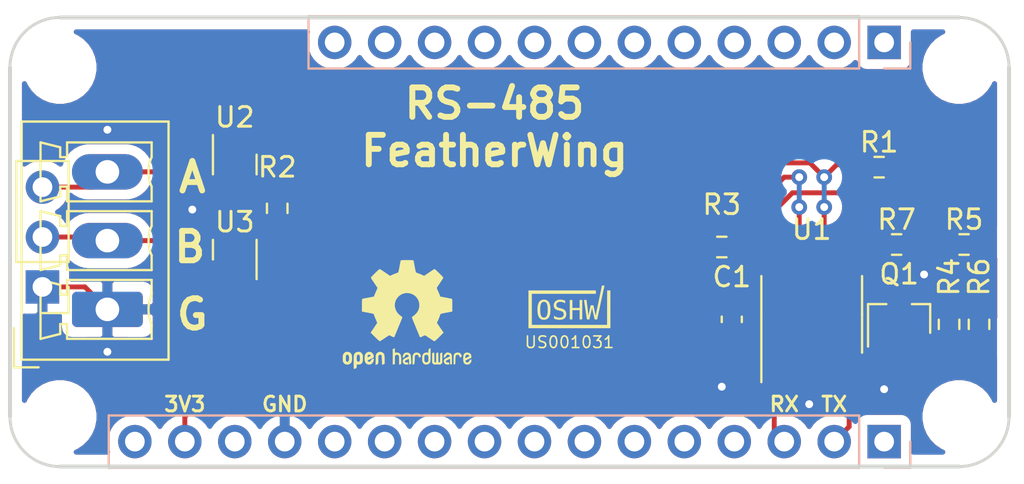
<source format=kicad_pcb>
(kicad_pcb (version 20171130) (host pcbnew 5.1.8)

  (general
    (thickness 1.6)
    (drawings 16)
    (tracks 89)
    (zones 0)
    (modules 22)
    (nets 34)
  )

  (page A4)
  (layers
    (0 F.Cu signal)
    (31 B.Cu signal)
    (32 B.Adhes user)
    (33 F.Adhes user)
    (34 B.Paste user)
    (35 F.Paste user)
    (36 B.SilkS user)
    (37 F.SilkS user)
    (38 B.Mask user)
    (39 F.Mask user)
    (40 Dwgs.User user)
    (41 Cmts.User user)
    (42 Eco1.User user)
    (43 Eco2.User user)
    (44 Edge.Cuts user)
    (45 Margin user)
    (46 B.CrtYd user)
    (47 F.CrtYd user)
    (48 B.Fab user)
    (49 F.Fab user hide)
  )

  (setup
    (last_trace_width 0.25)
    (trace_clearance 0.2)
    (zone_clearance 0.508)
    (zone_45_only no)
    (trace_min 0.2)
    (via_size 0.8)
    (via_drill 0.4)
    (via_min_size 0.4)
    (via_min_drill 0.3)
    (uvia_size 0.3)
    (uvia_drill 0.1)
    (uvias_allowed no)
    (uvia_min_size 0.2)
    (uvia_min_drill 0.1)
    (edge_width 0.15)
    (segment_width 0.2)
    (pcb_text_width 0.3)
    (pcb_text_size 1.5 1.5)
    (mod_edge_width 0.15)
    (mod_text_size 1 1)
    (mod_text_width 0.15)
    (pad_size 1.524 1.524)
    (pad_drill 0.762)
    (pad_to_mask_clearance 0.051)
    (solder_mask_min_width 0.25)
    (aux_axis_origin 0 0)
    (visible_elements FFFFFF7F)
    (pcbplotparams
      (layerselection 0x010fc_ffffffff)
      (usegerberextensions false)
      (usegerberattributes false)
      (usegerberadvancedattributes false)
      (creategerberjobfile false)
      (excludeedgelayer true)
      (linewidth 0.100000)
      (plotframeref false)
      (viasonmask false)
      (mode 1)
      (useauxorigin false)
      (hpglpennumber 1)
      (hpglpenspeed 20)
      (hpglpendiameter 15.000000)
      (psnegative false)
      (psa4output false)
      (plotreference true)
      (plotvalue true)
      (plotinvisibletext false)
      (padsonsilk false)
      (subtractmaskfromsilk false)
      (outputformat 1)
      (mirror false)
      (drillshape 1)
      (scaleselection 1)
      (outputdirectory ""))
  )

  (net 0 "")
  (net 1 /FREE)
  (net 2 /TX)
  (net 3 /RX)
  (net 4 /MISO)
  (net 5 /MOSI)
  (net 6 /SCK)
  (net 7 /A5)
  (net 8 /A4)
  (net 9 /A3)
  (net 10 /A2)
  (net 11 /A1)
  (net 12 /A0)
  (net 13 GND)
  (net 14 /AREF)
  (net 15 +3V3)
  (net 16 /~RST)
  (net 17 /SDA)
  (net 18 /SCL)
  (net 19 /F0)
  (net 20 /F1)
  (net 21 /F2)
  (net 22 /F3)
  (net 23 /F4)
  (net 24 /F5)
  (net 25 /F6)
  (net 26 /VUSB)
  (net 27 /EN)
  (net 28 /VBAT)
  (net 29 "Net-(J3-Pad3)")
  (net 30 "Net-(J3-Pad2)")
  (net 31 "Net-(Q1-Pad3)")
  (net 32 "Net-(Q1-Pad2)")
  (net 33 "Net-(Q1-Pad1)")

  (net_class Default "This is the default net class."
    (clearance 0.2)
    (trace_width 0.25)
    (via_dia 0.8)
    (via_drill 0.4)
    (uvia_dia 0.3)
    (uvia_drill 0.1)
    (add_net +3V3)
    (add_net /A0)
    (add_net /A1)
    (add_net /A2)
    (add_net /A3)
    (add_net /A4)
    (add_net /A5)
    (add_net /AREF)
    (add_net /EN)
    (add_net /F0)
    (add_net /F1)
    (add_net /F2)
    (add_net /F3)
    (add_net /F4)
    (add_net /F5)
    (add_net /F6)
    (add_net /FREE)
    (add_net /MISO)
    (add_net /MOSI)
    (add_net /RX)
    (add_net /SCK)
    (add_net /SCL)
    (add_net /SDA)
    (add_net /TX)
    (add_net /VBAT)
    (add_net /VUSB)
    (add_net /~RST)
    (add_net GND)
    (add_net "Net-(J3-Pad2)")
    (add_net "Net-(J3-Pad3)")
    (add_net "Net-(Q1-Pad1)")
    (add_net "Net-(Q1-Pad2)")
    (add_net "Net-(Q1-Pad3)")
  )

  (module KiCad:OSHW_Mono_0.1_Scale (layer F.Cu) (tedit 5873CC1C) (tstamp 60116126)
    (at 53.848 40.132)
    (fp_text reference OSHW_Mono_0.1_Scale (at 0 -4.132151) (layer F.SilkS) hide
      (effects (font (size 1.524 1.524) (thickness 0.3048)))
    )
    (fp_text value US001031 (at 0 1.8) (layer F.SilkS)
      (effects (font (size 0.59 0.59) (thickness 0.08)))
    )
    (fp_poly (pts (xy -2.082271 -0.836724) (xy -2.082271 -0.752057) (xy -2.082271 0.999484) (xy -2.082271 1.084151)
      (xy -1.997604 1.084151) (xy 1.997604 1.084151) (xy 2.082271 1.084151) (xy 2.082271 0.999484)
      (xy 2.082271 -0.836724) (xy 1.916572 -0.836724) (xy 1.912938 0.914818) (xy -1.912938 0.914818)
      (xy -1.912938 -0.667391) (xy 1.342319 -0.667391) (xy 1.342319 -0.836724) (xy -1.997604 -0.836724)
      (xy -2.082271 -0.836724)) (layer F.SilkS) (width 0.00254))
    (fp_poly (pts (xy -1.105184 0.144397) (xy -0.965617 0.144397) (xy -0.966899 0.206843) (xy -0.970744 0.265196)
      (xy -0.977152 0.319457) (xy -0.986123 0.369624) (xy -0.997657 0.415699) (xy -1.011754 0.457681)
      (xy -1.028414 0.49557) (xy -1.047638 0.529366) (xy -1.077146 0.568172) (xy -1.111432 0.599922)
      (xy -1.150495 0.624616) (xy -1.194335 0.642255) (xy -1.242952 0.652839) (xy -1.296346 0.656366)
      (xy -1.349741 0.652857) (xy -1.398358 0.642329) (xy -1.442198 0.624782) (xy -1.481261 0.600216)
      (xy -1.515546 0.568631) (xy -1.545054 0.530028) (xy -1.564123 0.496366) (xy -1.580649 0.458549)
      (xy -1.594633 0.416577) (xy -1.606074 0.370451) (xy -1.614973 0.32017) (xy -1.621329 0.265734)
      (xy -1.625142 0.207143) (xy -1.626414 0.144397) (xy -1.625142 0.081797) (xy -1.621329 0.02331)
      (xy -1.614973 -0.031064) (xy -1.606074 -0.081325) (xy -1.594633 -0.127472) (xy -1.580649 -0.169505)
      (xy -1.564123 -0.207426) (xy -1.545054 -0.241233) (xy -1.515362 -0.280038) (xy -1.480967 -0.311788)
      (xy -1.441867 -0.336482) (xy -1.398064 -0.354121) (xy -1.349557 -0.364704) (xy -1.296346 -0.368233)
      (xy -1.242952 -0.364704) (xy -1.194335 -0.354121) (xy -1.150495 -0.336482) (xy -1.111432 -0.311788)
      (xy -1.077146 -0.280038) (xy -1.047638 -0.241233) (xy -1.028414 -0.207426) (xy -1.011754 -0.169505)
      (xy -0.997657 -0.127472) (xy -0.986123 -0.081325) (xy -0.977152 -0.031064) (xy -0.970744 0.02331)
      (xy -0.966899 0.081797) (xy -0.965617 0.144397) (xy -1.105184 0.144397) (xy -1.106434 0.075312)
      (xy -1.110183 0.013135) (xy -1.11643 -0.042133) (xy -1.125176 -0.090493) (xy -1.13642 -0.131945)
      (xy -1.150164 -0.166488) (xy -1.17592 -0.207291) (xy -1.208869 -0.236436) (xy -1.249011 -0.253924)
      (xy -1.296346 -0.259754) (xy -1.343434 -0.253924) (xy -1.383493 -0.236436) (xy -1.416525 -0.207291)
      (xy -1.442528 -0.166488) (xy -1.45607 -0.131945) (xy -1.467149 -0.090493) (xy -1.475767 -0.042133)
      (xy -1.481922 0.013135) (xy -1.485615 0.075312) (xy -1.486846 0.144397) (xy -1.485615 0.213281)
      (xy -1.481922 0.275293) (xy -1.475767 0.330433) (xy -1.467149 0.378701) (xy -1.45607 0.420097)
      (xy -1.442528 0.454621) (xy -1.416525 0.495425) (xy -1.383493 0.524571) (xy -1.343434 0.542058)
      (xy -1.296346 0.547887) (xy -1.249011 0.542099) (xy -1.208869 0.524736) (xy -1.17592 0.495797)
      (xy -1.150164 0.455283) (xy -1.13642 0.42074) (xy -1.125176 0.379289) (xy -1.11643 0.330929)
      (xy -1.110183 0.27566) (xy -1.106434 0.213483) (xy -1.105184 0.144397)) (layer F.SilkS) (width 0.00254))
    (fp_poly (pts (xy -0.219492 -0.316639) (xy -0.219492 -0.18104) (xy -0.260135 -0.204925) (xy -0.300925 -0.224549)
      (xy -0.341862 -0.23991) (xy -0.382578 -0.250933) (xy -0.423589 -0.257548) (xy -0.464893 -0.259754)
      (xy -0.523542 -0.254829) (xy -0.573372 -0.240056) (xy -0.614383 -0.215436) (xy -0.644883 -0.182877)
      (xy -0.663184 -0.14341) (xy -0.669284 -0.097035) (xy -0.660354 -0.039322) (xy -0.633565 0.002846)
      (xy -0.602403 0.024527) (xy -0.557424 0.043709) (xy -0.498627 0.060392) (xy -0.428513 0.076267)
      (xy -0.375967 0.090714) (xy -0.329453 0.108123) (xy -0.288972 0.128496) (xy -0.254523 0.151832)
      (xy -0.226106 0.178132) (xy -0.198326 0.216001) (xy -0.178482 0.260153) (xy -0.166576 0.310589)
      (xy -0.162606 0.367309) (xy -0.166099 0.420993) (xy -0.176577 0.469332) (xy -0.194039 0.512327)
      (xy -0.218487 0.549977) (xy -0.249919 0.582283) (xy -0.288019 0.608953) (xy -0.332469 0.629696)
      (xy -0.383269 0.644513) (xy -0.440419 0.653403) (xy -0.503919 0.656366) (xy -0.550295 0.654676)
      (xy -0.596817 0.649605) (xy -0.643487 0.641153) (xy -0.690303 0.629761) (xy -0.737267 0.614988)
      (xy -0.784377 0.596835) (xy -0.784377 0.454621) (xy -0.734621 0.483946) (xy -0.686776 0.507538)
      (xy -0.640841 0.525397) (xy -0.595347 0.537892) (xy -0.549707 0.545388) (xy -0.503919 0.547887)
      (xy -0.456129 0.545076) (xy -0.413961 0.536642) (xy -0.377415 0.522586) (xy -0.346492 0.502908)
      (xy -0.315257 0.468512) (xy -0.296515 0.426179) (xy -0.290268 0.375908) (xy -0.294604 0.330415)
      (xy -0.307613 0.292711) (xy -0.329294 0.262798) (xy -0.361265 0.238766) (xy -0.406023 0.218702)
      (xy -0.46357 0.202606) (xy -0.535008 0.186069) (xy -0.587025 0.172364) (xy -0.633009 0.156119)
      (xy -0.672961 0.137333) (xy -0.706881 0.116008) (xy -0.734768 0.092142) (xy -0.76197 0.058036)
      (xy -0.781401 0.018556) (xy -0.793059 -0.0263) (xy -0.796945 -0.076529) (xy -0.7934 -0.127329)
      (xy -0.782763 -0.173896) (xy -0.765036 -0.216229) (xy -0.740218 -0.254329) (xy -0.708309 -0.288196)
      (xy -0.670263 -0.317009) (xy -0.627559 -0.339419) (xy -0.580199 -0.355426) (xy -0.528181 -0.365031)
      (xy -0.471508 -0.368233) (xy -0.432923 -0.366762) (xy -0.393015 -0.362352) (xy -0.351784 -0.355004)
      (xy -0.309157 -0.345155) (xy -0.265059 -0.332366) (xy -0.219492 -0.316639)) (layer F.SilkS) (width 0.00254))
    (fp_poly (pts (xy 0.016649 -0.350373) (xy 0.150925 -0.350373) (xy 0.150925 0.054439) (xy 0.516711 0.054439)
      (xy 0.516711 -0.350373) (xy 0.650987 -0.350373) (xy 0.650987 0.637184) (xy 0.516711 0.637184)
      (xy 0.516711 0.166887) (xy 0.150925 0.166887) (xy 0.150925 0.637184) (xy 0.016649 0.637184)
      (xy 0.016649 -0.350373)) (layer F.SilkS) (width 0.00254))
    (fp_poly (pts (xy 0.740946 -0.350373) (xy 0.871253 -0.350373) (xy 0.965841 0.451314) (xy 1.078289 -0.079175)
      (xy 1.217857 -0.079175) (xy 1.331628 0.452637) (xy 1.651994 -1.084151) (xy 1.782302 -1.084151)
      (xy 1.409018 0.637184) (xy 1.28268 0.637184) (xy 1.148404 0.050471) (xy 1.014789 0.637184)
      (xy 0.888451 0.637184) (xy 0.740946 -0.350373)) (layer F.SilkS) (width 0.00254))
  )

  (module Symbol:OSHW-Logo2_7.3x6mm_SilkScreen (layer F.Cu) (tedit 0) (tstamp 60115D3F)
    (at 45.593 40.513)
    (descr "Open Source Hardware Symbol")
    (tags "Logo Symbol OSHW")
    (attr virtual)
    (fp_text reference REF** (at 0 0) (layer F.SilkS) hide
      (effects (font (size 1 1) (thickness 0.15)))
    )
    (fp_text value OSHW-Logo2_7.3x6mm_SilkScreen (at 0.75 0) (layer F.Fab) hide
      (effects (font (size 1 1) (thickness 0.15)))
    )
    (fp_poly (pts (xy -2.400256 1.919918) (xy -2.344799 1.947568) (xy -2.295852 1.99848) (xy -2.282371 2.017338)
      (xy -2.267686 2.042015) (xy -2.258158 2.068816) (xy -2.252707 2.104587) (xy -2.250253 2.156169)
      (xy -2.249714 2.224267) (xy -2.252148 2.317588) (xy -2.260606 2.387657) (xy -2.276826 2.439931)
      (xy -2.302546 2.479869) (xy -2.339503 2.512929) (xy -2.342218 2.514886) (xy -2.37864 2.534908)
      (xy -2.422498 2.544815) (xy -2.478276 2.547257) (xy -2.568952 2.547257) (xy -2.56899 2.635283)
      (xy -2.569834 2.684308) (xy -2.574976 2.713065) (xy -2.588413 2.730311) (xy -2.614142 2.744808)
      (xy -2.620321 2.747769) (xy -2.649236 2.761648) (xy -2.671624 2.770414) (xy -2.688271 2.771171)
      (xy -2.699964 2.761023) (xy -2.70749 2.737073) (xy -2.711634 2.696426) (xy -2.713185 2.636186)
      (xy -2.712929 2.553455) (xy -2.711651 2.445339) (xy -2.711252 2.413) (xy -2.709815 2.301524)
      (xy -2.708528 2.228603) (xy -2.569029 2.228603) (xy -2.568245 2.290499) (xy -2.56476 2.330997)
      (xy -2.556876 2.357708) (xy -2.542895 2.378244) (xy -2.533403 2.38826) (xy -2.494596 2.417567)
      (xy -2.460237 2.419952) (xy -2.424784 2.39575) (xy -2.423886 2.394857) (xy -2.409461 2.376153)
      (xy -2.400687 2.350732) (xy -2.396261 2.311584) (xy -2.394882 2.251697) (xy -2.394857 2.23843)
      (xy -2.398188 2.155901) (xy -2.409031 2.098691) (xy -2.42866 2.063766) (xy -2.45835 2.048094)
      (xy -2.475509 2.046514) (xy -2.516234 2.053926) (xy -2.544168 2.07833) (xy -2.560983 2.12298)
      (xy -2.56835 2.19113) (xy -2.569029 2.228603) (xy -2.708528 2.228603) (xy -2.708292 2.215245)
      (xy -2.706323 2.150333) (xy -2.70355 2.102958) (xy -2.699612 2.06929) (xy -2.694151 2.045498)
      (xy -2.686808 2.027753) (xy -2.677223 2.012224) (xy -2.673113 2.006381) (xy -2.618595 1.951185)
      (xy -2.549664 1.91989) (xy -2.469928 1.911165) (xy -2.400256 1.919918)) (layer F.SilkS) (width 0.01))
    (fp_poly (pts (xy -1.283907 1.92778) (xy -1.237328 1.954723) (xy -1.204943 1.981466) (xy -1.181258 2.009484)
      (xy -1.164941 2.043748) (xy -1.154661 2.089227) (xy -1.149086 2.150892) (xy -1.146884 2.233711)
      (xy -1.146629 2.293246) (xy -1.146629 2.512391) (xy -1.208314 2.540044) (xy -1.27 2.567697)
      (xy -1.277257 2.32767) (xy -1.280256 2.238028) (xy -1.283402 2.172962) (xy -1.287299 2.128026)
      (xy -1.292553 2.09877) (xy -1.299769 2.080748) (xy -1.30955 2.069511) (xy -1.312688 2.067079)
      (xy -1.360239 2.048083) (xy -1.408303 2.0556) (xy -1.436914 2.075543) (xy -1.448553 2.089675)
      (xy -1.456609 2.10822) (xy -1.461729 2.136334) (xy -1.464559 2.179173) (xy -1.465744 2.241895)
      (xy -1.465943 2.307261) (xy -1.465982 2.389268) (xy -1.467386 2.447316) (xy -1.472086 2.486465)
      (xy -1.482013 2.51178) (xy -1.499097 2.528323) (xy -1.525268 2.541156) (xy -1.560225 2.554491)
      (xy -1.598404 2.569007) (xy -1.593859 2.311389) (xy -1.592029 2.218519) (xy -1.589888 2.149889)
      (xy -1.586819 2.100711) (xy -1.582206 2.066198) (xy -1.575432 2.041562) (xy -1.565881 2.022016)
      (xy -1.554366 2.00477) (xy -1.49881 1.94968) (xy -1.43102 1.917822) (xy -1.357287 1.910191)
      (xy -1.283907 1.92778)) (layer F.SilkS) (width 0.01))
    (fp_poly (pts (xy -2.958885 1.921962) (xy -2.890855 1.957733) (xy -2.840649 2.015301) (xy -2.822815 2.052312)
      (xy -2.808937 2.107882) (xy -2.801833 2.178096) (xy -2.80116 2.254727) (xy -2.806573 2.329552)
      (xy -2.81773 2.394342) (xy -2.834286 2.440873) (xy -2.839374 2.448887) (xy -2.899645 2.508707)
      (xy -2.971231 2.544535) (xy -3.048908 2.55502) (xy -3.127452 2.53881) (xy -3.149311 2.529092)
      (xy -3.191878 2.499143) (xy -3.229237 2.459433) (xy -3.232768 2.454397) (xy -3.247119 2.430124)
      (xy -3.256606 2.404178) (xy -3.26221 2.370022) (xy -3.264914 2.321119) (xy -3.265701 2.250935)
      (xy -3.265714 2.2352) (xy -3.265678 2.230192) (xy -3.120571 2.230192) (xy -3.119727 2.29643)
      (xy -3.116404 2.340386) (xy -3.109417 2.368779) (xy -3.097584 2.388325) (xy -3.091543 2.394857)
      (xy -3.056814 2.41968) (xy -3.023097 2.418548) (xy -2.989005 2.397016) (xy -2.968671 2.374029)
      (xy -2.956629 2.340478) (xy -2.949866 2.287569) (xy -2.949402 2.281399) (xy -2.948248 2.185513)
      (xy -2.960312 2.114299) (xy -2.98543 2.068194) (xy -3.02344 2.047635) (xy -3.037008 2.046514)
      (xy -3.072636 2.052152) (xy -3.097006 2.071686) (xy -3.111907 2.109042) (xy -3.119125 2.16815)
      (xy -3.120571 2.230192) (xy -3.265678 2.230192) (xy -3.265174 2.160413) (xy -3.262904 2.108159)
      (xy -3.257932 2.071949) (xy -3.249287 2.045299) (xy -3.235995 2.021722) (xy -3.233057 2.017338)
      (xy -3.183687 1.958249) (xy -3.129891 1.923947) (xy -3.064398 1.910331) (xy -3.042158 1.909665)
      (xy -2.958885 1.921962)) (layer F.SilkS) (width 0.01))
    (fp_poly (pts (xy -1.831697 1.931239) (xy -1.774473 1.969735) (xy -1.730251 2.025335) (xy -1.703833 2.096086)
      (xy -1.69849 2.148162) (xy -1.699097 2.169893) (xy -1.704178 2.186531) (xy -1.718145 2.201437)
      (xy -1.745411 2.217973) (xy -1.790388 2.239498) (xy -1.857489 2.269374) (xy -1.857829 2.269524)
      (xy -1.919593 2.297813) (xy -1.970241 2.322933) (xy -2.004596 2.342179) (xy -2.017482 2.352848)
      (xy -2.017486 2.352934) (xy -2.006128 2.376166) (xy -1.979569 2.401774) (xy -1.949077 2.420221)
      (xy -1.93363 2.423886) (xy -1.891485 2.411212) (xy -1.855192 2.379471) (xy -1.837483 2.344572)
      (xy -1.820448 2.318845) (xy -1.787078 2.289546) (xy -1.747851 2.264235) (xy -1.713244 2.250471)
      (xy -1.706007 2.249714) (xy -1.697861 2.26216) (xy -1.69737 2.293972) (xy -1.703357 2.336866)
      (xy -1.714643 2.382558) (xy -1.73005 2.422761) (xy -1.730829 2.424322) (xy -1.777196 2.489062)
      (xy -1.837289 2.533097) (xy -1.905535 2.554711) (xy -1.976362 2.552185) (xy -2.044196 2.523804)
      (xy -2.047212 2.521808) (xy -2.100573 2.473448) (xy -2.13566 2.410352) (xy -2.155078 2.327387)
      (xy -2.157684 2.304078) (xy -2.162299 2.194055) (xy -2.156767 2.142748) (xy -2.017486 2.142748)
      (xy -2.015676 2.174753) (xy -2.005778 2.184093) (xy -1.981102 2.177105) (xy -1.942205 2.160587)
      (xy -1.898725 2.139881) (xy -1.897644 2.139333) (xy -1.860791 2.119949) (xy -1.846 2.107013)
      (xy -1.849647 2.093451) (xy -1.865005 2.075632) (xy -1.904077 2.049845) (xy -1.946154 2.04795)
      (xy -1.983897 2.066717) (xy -2.009966 2.102915) (xy -2.017486 2.142748) (xy -2.156767 2.142748)
      (xy -2.152806 2.106027) (xy -2.12845 2.036212) (xy -2.094544 1.987302) (xy -2.033347 1.937878)
      (xy -1.965937 1.913359) (xy -1.89712 1.911797) (xy -1.831697 1.931239)) (layer F.SilkS) (width 0.01))
    (fp_poly (pts (xy -0.624114 1.851289) (xy -0.619861 1.910613) (xy -0.614975 1.945572) (xy -0.608205 1.96082)
      (xy -0.598298 1.961015) (xy -0.595086 1.959195) (xy -0.552356 1.946015) (xy -0.496773 1.946785)
      (xy -0.440263 1.960333) (xy -0.404918 1.977861) (xy -0.368679 2.005861) (xy -0.342187 2.037549)
      (xy -0.324001 2.077813) (xy -0.312678 2.131543) (xy -0.306778 2.203626) (xy -0.304857 2.298951)
      (xy -0.304823 2.317237) (xy -0.3048 2.522646) (xy -0.350509 2.53858) (xy -0.382973 2.54942)
      (xy -0.400785 2.554468) (xy -0.401309 2.554514) (xy -0.403063 2.540828) (xy -0.404556 2.503076)
      (xy -0.405674 2.446224) (xy -0.406303 2.375234) (xy -0.4064 2.332073) (xy -0.406602 2.246973)
      (xy -0.407642 2.185981) (xy -0.410169 2.144177) (xy -0.414836 2.116642) (xy -0.422293 2.098456)
      (xy -0.433189 2.084698) (xy -0.439993 2.078073) (xy -0.486728 2.051375) (xy -0.537728 2.049375)
      (xy -0.583999 2.071955) (xy -0.592556 2.080107) (xy -0.605107 2.095436) (xy -0.613812 2.113618)
      (xy -0.619369 2.139909) (xy -0.622474 2.179562) (xy -0.623824 2.237832) (xy -0.624114 2.318173)
      (xy -0.624114 2.522646) (xy -0.669823 2.53858) (xy -0.702287 2.54942) (xy -0.720099 2.554468)
      (xy -0.720623 2.554514) (xy -0.721963 2.540623) (xy -0.723172 2.501439) (xy -0.724199 2.4407)
      (xy -0.724998 2.362141) (xy -0.725519 2.269498) (xy -0.725714 2.166509) (xy -0.725714 1.769342)
      (xy -0.678543 1.749444) (xy -0.631371 1.729547) (xy -0.624114 1.851289)) (layer F.SilkS) (width 0.01))
    (fp_poly (pts (xy 0.039744 1.950968) (xy 0.096616 1.972087) (xy 0.097267 1.972493) (xy 0.13244 1.99838)
      (xy 0.158407 2.028633) (xy 0.17667 2.068058) (xy 0.188732 2.121462) (xy 0.196096 2.193651)
      (xy 0.200264 2.289432) (xy 0.200629 2.303078) (xy 0.205876 2.508842) (xy 0.161716 2.531678)
      (xy 0.129763 2.54711) (xy 0.11047 2.554423) (xy 0.109578 2.554514) (xy 0.106239 2.541022)
      (xy 0.103587 2.504626) (xy 0.101956 2.451452) (xy 0.1016 2.408393) (xy 0.101592 2.338641)
      (xy 0.098403 2.294837) (xy 0.087288 2.273944) (xy 0.063501 2.272925) (xy 0.022296 2.288741)
      (xy -0.039914 2.317815) (xy -0.085659 2.341963) (xy -0.109187 2.362913) (xy -0.116104 2.385747)
      (xy -0.116114 2.386877) (xy -0.104701 2.426212) (xy -0.070908 2.447462) (xy -0.019191 2.450539)
      (xy 0.018061 2.450006) (xy 0.037703 2.460735) (xy 0.049952 2.486505) (xy 0.057002 2.519337)
      (xy 0.046842 2.537966) (xy 0.043017 2.540632) (xy 0.007001 2.55134) (xy -0.043434 2.552856)
      (xy -0.095374 2.545759) (xy -0.132178 2.532788) (xy -0.183062 2.489585) (xy -0.211986 2.429446)
      (xy -0.217714 2.382462) (xy -0.213343 2.340082) (xy -0.197525 2.305488) (xy -0.166203 2.274763)
      (xy -0.115322 2.24399) (xy -0.040824 2.209252) (xy -0.036286 2.207288) (xy 0.030821 2.176287)
      (xy 0.072232 2.150862) (xy 0.089981 2.128014) (xy 0.086107 2.104745) (xy 0.062643 2.078056)
      (xy 0.055627 2.071914) (xy 0.00863 2.0481) (xy -0.040067 2.049103) (xy -0.082478 2.072451)
      (xy -0.110616 2.115675) (xy -0.113231 2.12416) (xy -0.138692 2.165308) (xy -0.170999 2.185128)
      (xy -0.217714 2.20477) (xy -0.217714 2.15395) (xy -0.203504 2.080082) (xy -0.161325 2.012327)
      (xy -0.139376 1.989661) (xy -0.089483 1.960569) (xy -0.026033 1.9474) (xy 0.039744 1.950968)) (layer F.SilkS) (width 0.01))
    (fp_poly (pts (xy 0.529926 1.949755) (xy 0.595858 1.974084) (xy 0.649273 2.017117) (xy 0.670164 2.047409)
      (xy 0.692939 2.102994) (xy 0.692466 2.143186) (xy 0.668562 2.170217) (xy 0.659717 2.174813)
      (xy 0.62153 2.189144) (xy 0.602028 2.185472) (xy 0.595422 2.161407) (xy 0.595086 2.148114)
      (xy 0.582992 2.09921) (xy 0.551471 2.064999) (xy 0.507659 2.048476) (xy 0.458695 2.052634)
      (xy 0.418894 2.074227) (xy 0.40545 2.086544) (xy 0.395921 2.101487) (xy 0.389485 2.124075)
      (xy 0.385317 2.159328) (xy 0.382597 2.212266) (xy 0.380502 2.287907) (xy 0.37996 2.311857)
      (xy 0.377981 2.39379) (xy 0.375731 2.451455) (xy 0.372357 2.489608) (xy 0.367006 2.513004)
      (xy 0.358824 2.526398) (xy 0.346959 2.534545) (xy 0.339362 2.538144) (xy 0.307102 2.550452)
      (xy 0.288111 2.554514) (xy 0.281836 2.540948) (xy 0.278006 2.499934) (xy 0.2766 2.430999)
      (xy 0.277598 2.333669) (xy 0.277908 2.318657) (xy 0.280101 2.229859) (xy 0.282693 2.165019)
      (xy 0.286382 2.119067) (xy 0.291864 2.086935) (xy 0.299835 2.063553) (xy 0.310993 2.043852)
      (xy 0.31683 2.03541) (xy 0.350296 1.998057) (xy 0.387727 1.969003) (xy 0.392309 1.966467)
      (xy 0.459426 1.946443) (xy 0.529926 1.949755)) (layer F.SilkS) (width 0.01))
    (fp_poly (pts (xy 1.190117 2.065358) (xy 1.189933 2.173837) (xy 1.189219 2.257287) (xy 1.187675 2.319704)
      (xy 1.185001 2.365085) (xy 1.180894 2.397429) (xy 1.175055 2.420733) (xy 1.167182 2.438995)
      (xy 1.161221 2.449418) (xy 1.111855 2.505945) (xy 1.049264 2.541377) (xy 0.980013 2.55409)
      (xy 0.910668 2.542463) (xy 0.869375 2.521568) (xy 0.826025 2.485422) (xy 0.796481 2.441276)
      (xy 0.778655 2.383462) (xy 0.770463 2.306313) (xy 0.769302 2.249714) (xy 0.769458 2.245647)
      (xy 0.870857 2.245647) (xy 0.871476 2.31055) (xy 0.874314 2.353514) (xy 0.88084 2.381622)
      (xy 0.892523 2.401953) (xy 0.906483 2.417288) (xy 0.953365 2.44689) (xy 1.003701 2.449419)
      (xy 1.051276 2.424705) (xy 1.054979 2.421356) (xy 1.070783 2.403935) (xy 1.080693 2.383209)
      (xy 1.086058 2.352362) (xy 1.088228 2.304577) (xy 1.088571 2.251748) (xy 1.087827 2.185381)
      (xy 1.084748 2.141106) (xy 1.078061 2.112009) (xy 1.066496 2.091173) (xy 1.057013 2.080107)
      (xy 1.01296 2.052198) (xy 0.962224 2.048843) (xy 0.913796 2.070159) (xy 0.90445 2.078073)
      (xy 0.88854 2.095647) (xy 0.87861 2.116587) (xy 0.873278 2.147782) (xy 0.871163 2.196122)
      (xy 0.870857 2.245647) (xy 0.769458 2.245647) (xy 0.77281 2.158568) (xy 0.784726 2.090086)
      (xy 0.807135 2.0386) (xy 0.842124 1.998443) (xy 0.869375 1.977861) (xy 0.918907 1.955625)
      (xy 0.976316 1.945304) (xy 1.029682 1.948067) (xy 1.059543 1.959212) (xy 1.071261 1.962383)
      (xy 1.079037 1.950557) (xy 1.084465 1.918866) (xy 1.088571 1.870593) (xy 1.093067 1.816829)
      (xy 1.099313 1.784482) (xy 1.110676 1.765985) (xy 1.130528 1.75377) (xy 1.143 1.748362)
      (xy 1.190171 1.728601) (xy 1.190117 2.065358)) (layer F.SilkS) (width 0.01))
    (fp_poly (pts (xy 1.779833 1.958663) (xy 1.782048 1.99685) (xy 1.783784 2.054886) (xy 1.784899 2.12818)
      (xy 1.785257 2.205055) (xy 1.785257 2.465196) (xy 1.739326 2.511127) (xy 1.707675 2.539429)
      (xy 1.67989 2.550893) (xy 1.641915 2.550168) (xy 1.62684 2.548321) (xy 1.579726 2.542948)
      (xy 1.540756 2.539869) (xy 1.531257 2.539585) (xy 1.499233 2.541445) (xy 1.453432 2.546114)
      (xy 1.435674 2.548321) (xy 1.392057 2.551735) (xy 1.362745 2.54432) (xy 1.33368 2.521427)
      (xy 1.323188 2.511127) (xy 1.277257 2.465196) (xy 1.277257 1.978602) (xy 1.314226 1.961758)
      (xy 1.346059 1.949282) (xy 1.364683 1.944914) (xy 1.369458 1.958718) (xy 1.373921 1.997286)
      (xy 1.377775 2.056356) (xy 1.380722 2.131663) (xy 1.382143 2.195286) (xy 1.386114 2.445657)
      (xy 1.420759 2.450556) (xy 1.452268 2.447131) (xy 1.467708 2.436041) (xy 1.472023 2.415308)
      (xy 1.475708 2.371145) (xy 1.478469 2.309146) (xy 1.480012 2.234909) (xy 1.480235 2.196706)
      (xy 1.480457 1.976783) (xy 1.526166 1.960849) (xy 1.558518 1.950015) (xy 1.576115 1.944962)
      (xy 1.576623 1.944914) (xy 1.578388 1.958648) (xy 1.580329 1.99673) (xy 1.582282 2.054482)
      (xy 1.584084 2.127227) (xy 1.585343 2.195286) (xy 1.589314 2.445657) (xy 1.6764 2.445657)
      (xy 1.680396 2.21724) (xy 1.684392 1.988822) (xy 1.726847 1.966868) (xy 1.758192 1.951793)
      (xy 1.776744 1.944951) (xy 1.777279 1.944914) (xy 1.779833 1.958663)) (layer F.SilkS) (width 0.01))
    (fp_poly (pts (xy 2.144876 1.956335) (xy 2.186667 1.975344) (xy 2.219469 1.998378) (xy 2.243503 2.024133)
      (xy 2.260097 2.057358) (xy 2.270577 2.1028) (xy 2.276271 2.165207) (xy 2.278507 2.249327)
      (xy 2.278743 2.304721) (xy 2.278743 2.520826) (xy 2.241774 2.53767) (xy 2.212656 2.549981)
      (xy 2.198231 2.554514) (xy 2.195472 2.541025) (xy 2.193282 2.504653) (xy 2.191942 2.451542)
      (xy 2.191657 2.409372) (xy 2.190434 2.348447) (xy 2.187136 2.300115) (xy 2.182321 2.270518)
      (xy 2.178496 2.264229) (xy 2.152783 2.270652) (xy 2.112418 2.287125) (xy 2.065679 2.309458)
      (xy 2.020845 2.333457) (xy 1.986193 2.35493) (xy 1.970002 2.369685) (xy 1.969938 2.369845)
      (xy 1.97133 2.397152) (xy 1.983818 2.423219) (xy 2.005743 2.444392) (xy 2.037743 2.451474)
      (xy 2.065092 2.450649) (xy 2.103826 2.450042) (xy 2.124158 2.459116) (xy 2.136369 2.483092)
      (xy 2.137909 2.487613) (xy 2.143203 2.521806) (xy 2.129047 2.542568) (xy 2.092148 2.552462)
      (xy 2.052289 2.554292) (xy 1.980562 2.540727) (xy 1.943432 2.521355) (xy 1.897576 2.475845)
      (xy 1.873256 2.419983) (xy 1.871073 2.360957) (xy 1.891629 2.305953) (xy 1.922549 2.271486)
      (xy 1.95342 2.252189) (xy 2.001942 2.227759) (xy 2.058485 2.202985) (xy 2.06791 2.199199)
      (xy 2.130019 2.171791) (xy 2.165822 2.147634) (xy 2.177337 2.123619) (xy 2.16658 2.096635)
      (xy 2.148114 2.075543) (xy 2.104469 2.049572) (xy 2.056446 2.047624) (xy 2.012406 2.067637)
      (xy 1.980709 2.107551) (xy 1.976549 2.117848) (xy 1.952327 2.155724) (xy 1.916965 2.183842)
      (xy 1.872343 2.206917) (xy 1.872343 2.141485) (xy 1.874969 2.101506) (xy 1.88623 2.069997)
      (xy 1.911199 2.036378) (xy 1.935169 2.010484) (xy 1.972441 1.973817) (xy 2.001401 1.954121)
      (xy 2.032505 1.94622) (xy 2.067713 1.944914) (xy 2.144876 1.956335)) (layer F.SilkS) (width 0.01))
    (fp_poly (pts (xy 2.6526 1.958752) (xy 2.669948 1.966334) (xy 2.711356 1.999128) (xy 2.746765 2.046547)
      (xy 2.768664 2.097151) (xy 2.772229 2.122098) (xy 2.760279 2.156927) (xy 2.734067 2.175357)
      (xy 2.705964 2.186516) (xy 2.693095 2.188572) (xy 2.686829 2.173649) (xy 2.674456 2.141175)
      (xy 2.669028 2.126502) (xy 2.63859 2.075744) (xy 2.59452 2.050427) (xy 2.53801 2.051206)
      (xy 2.533825 2.052203) (xy 2.503655 2.066507) (xy 2.481476 2.094393) (xy 2.466327 2.139287)
      (xy 2.45725 2.204615) (xy 2.453286 2.293804) (xy 2.452914 2.341261) (xy 2.45273 2.416071)
      (xy 2.451522 2.467069) (xy 2.448309 2.499471) (xy 2.442109 2.518495) (xy 2.43194 2.529356)
      (xy 2.416819 2.537272) (xy 2.415946 2.53767) (xy 2.386828 2.549981) (xy 2.372403 2.554514)
      (xy 2.370186 2.540809) (xy 2.368289 2.502925) (xy 2.366847 2.445715) (xy 2.365998 2.374027)
      (xy 2.365829 2.321565) (xy 2.366692 2.220047) (xy 2.37007 2.143032) (xy 2.377142 2.086023)
      (xy 2.389088 2.044526) (xy 2.40709 2.014043) (xy 2.432327 1.99008) (xy 2.457247 1.973355)
      (xy 2.517171 1.951097) (xy 2.586911 1.946076) (xy 2.6526 1.958752)) (layer F.SilkS) (width 0.01))
    (fp_poly (pts (xy 3.153595 1.966966) (xy 3.211021 2.004497) (xy 3.238719 2.038096) (xy 3.260662 2.099064)
      (xy 3.262405 2.147308) (xy 3.258457 2.211816) (xy 3.109686 2.276934) (xy 3.037349 2.310202)
      (xy 2.990084 2.336964) (xy 2.965507 2.360144) (xy 2.961237 2.382667) (xy 2.974889 2.407455)
      (xy 2.989943 2.423886) (xy 3.033746 2.450235) (xy 3.081389 2.452081) (xy 3.125145 2.431546)
      (xy 3.157289 2.390752) (xy 3.163038 2.376347) (xy 3.190576 2.331356) (xy 3.222258 2.312182)
      (xy 3.265714 2.295779) (xy 3.265714 2.357966) (xy 3.261872 2.400283) (xy 3.246823 2.435969)
      (xy 3.21528 2.476943) (xy 3.210592 2.482267) (xy 3.175506 2.51872) (xy 3.145347 2.538283)
      (xy 3.107615 2.547283) (xy 3.076335 2.55023) (xy 3.020385 2.550965) (xy 2.980555 2.54166)
      (xy 2.955708 2.527846) (xy 2.916656 2.497467) (xy 2.889625 2.464613) (xy 2.872517 2.423294)
      (xy 2.863238 2.367521) (xy 2.859693 2.291305) (xy 2.85941 2.252622) (xy 2.860372 2.206247)
      (xy 2.948007 2.206247) (xy 2.949023 2.231126) (xy 2.951556 2.2352) (xy 2.968274 2.229665)
      (xy 3.004249 2.215017) (xy 3.052331 2.19419) (xy 3.062386 2.189714) (xy 3.123152 2.158814)
      (xy 3.156632 2.131657) (xy 3.16399 2.10622) (xy 3.146391 2.080481) (xy 3.131856 2.069109)
      (xy 3.07941 2.046364) (xy 3.030322 2.050122) (xy 2.989227 2.077884) (xy 2.960758 2.127152)
      (xy 2.951631 2.166257) (xy 2.948007 2.206247) (xy 2.860372 2.206247) (xy 2.861285 2.162249)
      (xy 2.868196 2.095384) (xy 2.881884 2.046695) (xy 2.904096 2.010849) (xy 2.936574 1.982513)
      (xy 2.950733 1.973355) (xy 3.015053 1.949507) (xy 3.085473 1.948006) (xy 3.153595 1.966966)) (layer F.SilkS) (width 0.01))
    (fp_poly (pts (xy 0.10391 -2.757652) (xy 0.182454 -2.757222) (xy 0.239298 -2.756058) (xy 0.278105 -2.753793)
      (xy 0.302538 -2.75006) (xy 0.316262 -2.744494) (xy 0.32294 -2.736727) (xy 0.326236 -2.726395)
      (xy 0.326556 -2.725057) (xy 0.331562 -2.700921) (xy 0.340829 -2.653299) (xy 0.353392 -2.587259)
      (xy 0.368287 -2.507872) (xy 0.384551 -2.420204) (xy 0.385119 -2.417125) (xy 0.40141 -2.331211)
      (xy 0.416652 -2.255304) (xy 0.429861 -2.193955) (xy 0.440054 -2.151718) (xy 0.446248 -2.133145)
      (xy 0.446543 -2.132816) (xy 0.464788 -2.123747) (xy 0.502405 -2.108633) (xy 0.551271 -2.090738)
      (xy 0.551543 -2.090642) (xy 0.613093 -2.067507) (xy 0.685657 -2.038035) (xy 0.754057 -2.008403)
      (xy 0.757294 -2.006938) (xy 0.868702 -1.956374) (xy 1.115399 -2.12484) (xy 1.191077 -2.176197)
      (xy 1.259631 -2.222111) (xy 1.317088 -2.25997) (xy 1.359476 -2.287163) (xy 1.382825 -2.301079)
      (xy 1.385042 -2.302111) (xy 1.40201 -2.297516) (xy 1.433701 -2.275345) (xy 1.481352 -2.234553)
      (xy 1.546198 -2.174095) (xy 1.612397 -2.109773) (xy 1.676214 -2.046388) (xy 1.733329 -1.988549)
      (xy 1.780305 -1.939825) (xy 1.813703 -1.90379) (xy 1.830085 -1.884016) (xy 1.830694 -1.882998)
      (xy 1.832505 -1.869428) (xy 1.825683 -1.847267) (xy 1.80854 -1.813522) (xy 1.779393 -1.7652)
      (xy 1.736555 -1.699308) (xy 1.679448 -1.614483) (xy 1.628766 -1.539823) (xy 1.583461 -1.47286)
      (xy 1.54615 -1.417484) (xy 1.519452 -1.37758) (xy 1.505985 -1.357038) (xy 1.505137 -1.355644)
      (xy 1.506781 -1.335962) (xy 1.519245 -1.297707) (xy 1.540048 -1.248111) (xy 1.547462 -1.232272)
      (xy 1.579814 -1.16171) (xy 1.614328 -1.081647) (xy 1.642365 -1.012371) (xy 1.662568 -0.960955)
      (xy 1.678615 -0.921881) (xy 1.687888 -0.901459) (xy 1.689041 -0.899886) (xy 1.706096 -0.897279)
      (xy 1.746298 -0.890137) (xy 1.804302 -0.879477) (xy 1.874763 -0.866315) (xy 1.952335 -0.851667)
      (xy 2.031672 -0.836551) (xy 2.107431 -0.821982) (xy 2.174264 -0.808978) (xy 2.226828 -0.798555)
      (xy 2.259776 -0.79173) (xy 2.267857 -0.789801) (xy 2.276205 -0.785038) (xy 2.282506 -0.774282)
      (xy 2.287045 -0.753902) (xy 2.290104 -0.720266) (xy 2.291967 -0.669745) (xy 2.292918 -0.598708)
      (xy 2.29324 -0.503524) (xy 2.293257 -0.464508) (xy 2.293257 -0.147201) (xy 2.217057 -0.132161)
      (xy 2.174663 -0.124005) (xy 2.1114 -0.112101) (xy 2.034962 -0.097884) (xy 1.953043 -0.08279)
      (xy 1.9304 -0.078645) (xy 1.854806 -0.063947) (xy 1.788953 -0.049495) (xy 1.738366 -0.036625)
      (xy 1.708574 -0.026678) (xy 1.703612 -0.023713) (xy 1.691426 -0.002717) (xy 1.673953 0.037967)
      (xy 1.654577 0.090322) (xy 1.650734 0.1016) (xy 1.625339 0.171523) (xy 1.593817 0.250418)
      (xy 1.562969 0.321266) (xy 1.562817 0.321595) (xy 1.511447 0.432733) (xy 1.680399 0.681253)
      (xy 1.849352 0.929772) (xy 1.632429 1.147058) (xy 1.566819 1.211726) (xy 1.506979 1.268733)
      (xy 1.456267 1.315033) (xy 1.418046 1.347584) (xy 1.395675 1.363343) (xy 1.392466 1.364343)
      (xy 1.373626 1.356469) (xy 1.33518 1.334578) (xy 1.28133 1.301267) (xy 1.216276 1.259131)
      (xy 1.14594 1.211943) (xy 1.074555 1.16381) (xy 1.010908 1.121928) (xy 0.959041 1.088871)
      (xy 0.922995 1.067218) (xy 0.906867 1.059543) (xy 0.887189 1.066037) (xy 0.849875 1.08315)
      (xy 0.802621 1.107326) (xy 0.797612 1.110013) (xy 0.733977 1.141927) (xy 0.690341 1.157579)
      (xy 0.663202 1.157745) (xy 0.649057 1.143204) (xy 0.648975 1.143) (xy 0.641905 1.125779)
      (xy 0.625042 1.084899) (xy 0.599695 1.023525) (xy 0.567171 0.944819) (xy 0.528778 0.851947)
      (xy 0.485822 0.748072) (xy 0.444222 0.647502) (xy 0.398504 0.536516) (xy 0.356526 0.433703)
      (xy 0.319548 0.342215) (xy 0.288827 0.265201) (xy 0.265622 0.205815) (xy 0.25119 0.167209)
      (xy 0.246743 0.1528) (xy 0.257896 0.136272) (xy 0.287069 0.10993) (xy 0.325971 0.080887)
      (xy 0.436757 -0.010961) (xy 0.523351 -0.116241) (xy 0.584716 -0.232734) (xy 0.619815 -0.358224)
      (xy 0.627608 -0.490493) (xy 0.621943 -0.551543) (xy 0.591078 -0.678205) (xy 0.53792 -0.790059)
      (xy 0.465767 -0.885999) (xy 0.377917 -0.964924) (xy 0.277665 -1.02573) (xy 0.16831 -1.067313)
      (xy 0.053147 -1.088572) (xy -0.064525 -1.088401) (xy -0.18141 -1.065699) (xy -0.294211 -1.019362)
      (xy -0.399631 -0.948287) (xy -0.443632 -0.908089) (xy -0.528021 -0.804871) (xy -0.586778 -0.692075)
      (xy -0.620296 -0.57299) (xy -0.628965 -0.450905) (xy -0.613177 -0.329107) (xy -0.573322 -0.210884)
      (xy -0.509793 -0.099525) (xy -0.422979 0.001684) (xy -0.325971 0.080887) (xy -0.285563 0.111162)
      (xy -0.257018 0.137219) (xy -0.246743 0.152825) (xy -0.252123 0.169843) (xy -0.267425 0.2105)
      (xy -0.291388 0.271642) (xy -0.322756 0.350119) (xy -0.360268 0.44278) (xy -0.402667 0.546472)
      (xy -0.444337 0.647526) (xy -0.49031 0.758607) (xy -0.532893 0.861541) (xy -0.570779 0.953165)
      (xy -0.60266 1.030316) (xy -0.627229 1.089831) (xy -0.64318 1.128544) (xy -0.64909 1.143)
      (xy -0.663052 1.157685) (xy -0.69006 1.157642) (xy -0.733587 1.142099) (xy -0.79711 1.110284)
      (xy -0.797612 1.110013) (xy -0.84544 1.085323) (xy -0.884103 1.067338) (xy -0.905905 1.059614)
      (xy -0.906867 1.059543) (xy -0.923279 1.067378) (xy -0.959513 1.089165) (xy -1.011526 1.122328)
      (xy -1.075275 1.164291) (xy -1.14594 1.211943) (xy -1.217884 1.260191) (xy -1.282726 1.302151)
      (xy -1.336265 1.335227) (xy -1.374303 1.356821) (xy -1.392467 1.364343) (xy -1.409192 1.354457)
      (xy -1.44282 1.326826) (xy -1.48999 1.284495) (xy -1.547342 1.230505) (xy -1.611516 1.167899)
      (xy -1.632503 1.146983) (xy -1.849501 0.929623) (xy -1.684332 0.68722) (xy -1.634136 0.612781)
      (xy -1.590081 0.545972) (xy -1.554638 0.490665) (xy -1.530281 0.450729) (xy -1.519478 0.430036)
      (xy -1.519162 0.428563) (xy -1.524857 0.409058) (xy -1.540174 0.369822) (xy -1.562463 0.31743)
      (xy -1.578107 0.282355) (xy -1.607359 0.215201) (xy -1.634906 0.147358) (xy -1.656263 0.090034)
      (xy -1.662065 0.072572) (xy -1.678548 0.025938) (xy -1.69466 -0.010095) (xy -1.70351 -0.023713)
      (xy -1.72304 -0.032048) (xy -1.765666 -0.043863) (xy -1.825855 -0.057819) (xy -1.898078 -0.072578)
      (xy -1.9304 -0.078645) (xy -2.012478 -0.093727) (xy -2.091205 -0.108331) (xy -2.158891 -0.12102)
      (xy -2.20784 -0.130358) (xy -2.217057 -0.132161) (xy -2.293257 -0.147201) (xy -2.293257 -0.464508)
      (xy -2.293086 -0.568846) (xy -2.292384 -0.647787) (xy -2.290866 -0.704962) (xy -2.288251 -0.744001)
      (xy -2.284254 -0.768535) (xy -2.278591 -0.782195) (xy -2.27098 -0.788611) (xy -2.267857 -0.789801)
      (xy -2.249022 -0.79402) (xy -2.207412 -0.802438) (xy -2.14837 -0.814039) (xy -2.077243 -0.827805)
      (xy -1.999375 -0.84272) (xy -1.920113 -0.857768) (xy -1.844802 -0.871931) (xy -1.778787 -0.884194)
      (xy -1.727413 -0.893539) (xy -1.696025 -0.89895) (xy -1.689041 -0.899886) (xy -1.682715 -0.912404)
      (xy -1.66871 -0.945754) (xy -1.649645 -0.993623) (xy -1.642366 -1.012371) (xy -1.613004 -1.084805)
      (xy -1.578429 -1.16483) (xy -1.547463 -1.232272) (xy -1.524677 -1.283841) (xy -1.509518 -1.326215)
      (xy -1.504458 -1.352166) (xy -1.505264 -1.355644) (xy -1.515959 -1.372064) (xy -1.54038 -1.408583)
      (xy -1.575905 -1.461313) (xy -1.619913 -1.526365) (xy -1.669783 -1.599849) (xy -1.679644 -1.614355)
      (xy -1.737508 -1.700296) (xy -1.780044 -1.765739) (xy -1.808946 -1.813696) (xy -1.82591 -1.84718)
      (xy -1.832633 -1.869205) (xy -1.83081 -1.882783) (xy -1.830764 -1.882869) (xy -1.816414 -1.900703)
      (xy -1.784677 -1.935183) (xy -1.73899 -1.982732) (xy -1.682796 -2.039778) (xy -1.619532 -2.102745)
      (xy -1.612398 -2.109773) (xy -1.53267 -2.18698) (xy -1.471143 -2.24367) (xy -1.426579 -2.28089)
      (xy -1.397743 -2.299685) (xy -1.385042 -2.302111) (xy -1.366506 -2.291529) (xy -1.328039 -2.267084)
      (xy -1.273614 -2.231388) (xy -1.207202 -2.187053) (xy -1.132775 -2.136689) (xy -1.115399 -2.12484)
      (xy -0.868703 -1.956374) (xy -0.757294 -2.006938) (xy -0.689543 -2.036405) (xy -0.616817 -2.066041)
      (xy -0.554297 -2.08967) (xy -0.551543 -2.090642) (xy -0.50264 -2.108543) (xy -0.464943 -2.12368)
      (xy -0.446575 -2.13279) (xy -0.446544 -2.132816) (xy -0.440715 -2.149283) (xy -0.430808 -2.189781)
      (xy -0.417805 -2.249758) (xy -0.402691 -2.32466) (xy -0.386448 -2.409936) (xy -0.385119 -2.417125)
      (xy -0.368825 -2.504986) (xy -0.353867 -2.58474) (xy -0.341209 -2.651319) (xy -0.331814 -2.699653)
      (xy -0.326646 -2.724675) (xy -0.326556 -2.725057) (xy -0.323411 -2.735701) (xy -0.317296 -2.743738)
      (xy -0.304547 -2.749533) (xy -0.2815 -2.753453) (xy -0.244491 -2.755865) (xy -0.189856 -2.757135)
      (xy -0.113933 -2.757629) (xy -0.013056 -2.757714) (xy 0 -2.757714) (xy 0.10391 -2.757652)) (layer F.SilkS) (width 0.01))
  )

  (module Package_SON:WSON-6-1EP_2x2mm_P0.65mm_EP1x1.6mm (layer F.Cu) (tedit 5DC5FB10) (tstamp 6010D5F1)
    (at 36.83 37.719 90)
    (descr "WSON, 6 Pin (http://www.ti.com/lit/ds/symlink/tps61040.pdf#page=35), generated with kicad-footprint-generator ipc_noLead_generator.py")
    (tags "WSON NoLead")
    (path /6010F312)
    (attr smd)
    (fp_text reference U3 (at 1.905 0 180) (layer F.SilkS)
      (effects (font (size 1 1) (thickness 0.15)))
    )
    (fp_text value TVS0500DRV (at 0 1.95 90) (layer F.Fab)
      (effects (font (size 1 1) (thickness 0.15)))
    )
    (fp_text user %R (at 0 0 90) (layer F.Fab)
      (effects (font (size 0.5 0.5) (thickness 0.08)))
    )
    (fp_line (start 0 -1.11) (end 1 -1.11) (layer F.SilkS) (width 0.12))
    (fp_line (start -1 1.11) (end 1 1.11) (layer F.SilkS) (width 0.12))
    (fp_line (start -0.5 -1) (end 1 -1) (layer F.Fab) (width 0.1))
    (fp_line (start 1 -1) (end 1 1) (layer F.Fab) (width 0.1))
    (fp_line (start 1 1) (end -1 1) (layer F.Fab) (width 0.1))
    (fp_line (start -1 1) (end -1 -0.5) (layer F.Fab) (width 0.1))
    (fp_line (start -1 -0.5) (end -0.5 -1) (layer F.Fab) (width 0.1))
    (fp_line (start -1.32 -1.25) (end -1.32 1.25) (layer F.CrtYd) (width 0.05))
    (fp_line (start -1.32 1.25) (end 1.32 1.25) (layer F.CrtYd) (width 0.05))
    (fp_line (start 1.32 1.25) (end 1.32 -1.25) (layer F.CrtYd) (width 0.05))
    (fp_line (start 1.32 -1.25) (end -1.32 -1.25) (layer F.CrtYd) (width 0.05))
    (pad "" smd roundrect (at 0 0.4 90) (size 0.81 0.64) (layers F.Paste) (roundrect_rratio 0.25))
    (pad "" smd roundrect (at 0 -0.4 90) (size 0.81 0.64) (layers F.Paste) (roundrect_rratio 0.25))
    (pad 7 smd rect (at 0 0 90) (size 1 1.6) (layers F.Cu F.Mask)
      (net 13 GND))
    (pad 6 smd roundrect (at 0.8875 -0.65 90) (size 0.375 0.4) (layers F.Cu F.Paste F.Mask) (roundrect_rratio 0.25)
      (net 30 "Net-(J3-Pad2)"))
    (pad 5 smd roundrect (at 0.8875 0 90) (size 0.375 0.4) (layers F.Cu F.Paste F.Mask) (roundrect_rratio 0.25)
      (net 30 "Net-(J3-Pad2)"))
    (pad 4 smd roundrect (at 0.8875 0.65 90) (size 0.375 0.4) (layers F.Cu F.Paste F.Mask) (roundrect_rratio 0.25)
      (net 30 "Net-(J3-Pad2)"))
    (pad 3 smd roundrect (at -0.8875 0.65 90) (size 0.375 0.4) (layers F.Cu F.Paste F.Mask) (roundrect_rratio 0.25)
      (net 13 GND))
    (pad 2 smd roundrect (at -0.8875 0 90) (size 0.375 0.4) (layers F.Cu F.Paste F.Mask) (roundrect_rratio 0.25)
      (net 13 GND))
    (pad 1 smd roundrect (at -0.8875 -0.65 90) (size 0.375 0.4) (layers F.Cu F.Paste F.Mask) (roundrect_rratio 0.25)
      (net 13 GND))
    (model ${KISYS3DMOD}/Package_SON.3dshapes/WSON-6-1EP_2x2mm_P0.65mm_EP1x1.6mm.wrl
      (at (xyz 0 0 0))
      (scale (xyz 1 1 1))
      (rotate (xyz 0 0 0))
    )
  )

  (module Package_SON:WSON-6-1EP_2x2mm_P0.65mm_EP1x1.6mm (layer F.Cu) (tedit 5DC5FB10) (tstamp 6010D5D8)
    (at 36.83 32.385 270)
    (descr "WSON, 6 Pin (http://www.ti.com/lit/ds/symlink/tps61040.pdf#page=35), generated with kicad-footprint-generator ipc_noLead_generator.py")
    (tags "WSON NoLead")
    (path /6010E6AF)
    (attr smd)
    (fp_text reference U2 (at -1.905 0 180) (layer F.SilkS)
      (effects (font (size 1 1) (thickness 0.15)))
    )
    (fp_text value TVS0500DRV (at 0 1.95 90) (layer F.Fab)
      (effects (font (size 1 1) (thickness 0.15)))
    )
    (fp_text user %R (at 0 0 90) (layer F.Fab)
      (effects (font (size 0.5 0.5) (thickness 0.08)))
    )
    (fp_line (start 0 -1.11) (end 1 -1.11) (layer F.SilkS) (width 0.12))
    (fp_line (start -1 1.11) (end 1 1.11) (layer F.SilkS) (width 0.12))
    (fp_line (start -0.5 -1) (end 1 -1) (layer F.Fab) (width 0.1))
    (fp_line (start 1 -1) (end 1 1) (layer F.Fab) (width 0.1))
    (fp_line (start 1 1) (end -1 1) (layer F.Fab) (width 0.1))
    (fp_line (start -1 1) (end -1 -0.5) (layer F.Fab) (width 0.1))
    (fp_line (start -1 -0.5) (end -0.5 -1) (layer F.Fab) (width 0.1))
    (fp_line (start -1.32 -1.25) (end -1.32 1.25) (layer F.CrtYd) (width 0.05))
    (fp_line (start -1.32 1.25) (end 1.32 1.25) (layer F.CrtYd) (width 0.05))
    (fp_line (start 1.32 1.25) (end 1.32 -1.25) (layer F.CrtYd) (width 0.05))
    (fp_line (start 1.32 -1.25) (end -1.32 -1.25) (layer F.CrtYd) (width 0.05))
    (pad "" smd roundrect (at 0 0.4 270) (size 0.81 0.64) (layers F.Paste) (roundrect_rratio 0.25))
    (pad "" smd roundrect (at 0 -0.4 270) (size 0.81 0.64) (layers F.Paste) (roundrect_rratio 0.25))
    (pad 7 smd rect (at 0 0 270) (size 1 1.6) (layers F.Cu F.Mask)
      (net 13 GND))
    (pad 6 smd roundrect (at 0.8875 -0.65 270) (size 0.375 0.4) (layers F.Cu F.Paste F.Mask) (roundrect_rratio 0.25)
      (net 29 "Net-(J3-Pad3)"))
    (pad 5 smd roundrect (at 0.8875 0 270) (size 0.375 0.4) (layers F.Cu F.Paste F.Mask) (roundrect_rratio 0.25)
      (net 29 "Net-(J3-Pad3)"))
    (pad 4 smd roundrect (at 0.8875 0.65 270) (size 0.375 0.4) (layers F.Cu F.Paste F.Mask) (roundrect_rratio 0.25)
      (net 29 "Net-(J3-Pad3)"))
    (pad 3 smd roundrect (at -0.8875 0.65 270) (size 0.375 0.4) (layers F.Cu F.Paste F.Mask) (roundrect_rratio 0.25)
      (net 13 GND))
    (pad 2 smd roundrect (at -0.8875 0 270) (size 0.375 0.4) (layers F.Cu F.Paste F.Mask) (roundrect_rratio 0.25)
      (net 13 GND))
    (pad 1 smd roundrect (at -0.8875 -0.65 270) (size 0.375 0.4) (layers F.Cu F.Paste F.Mask) (roundrect_rratio 0.25)
      (net 13 GND))
    (model ${KISYS3DMOD}/Package_SON.3dshapes/WSON-6-1EP_2x2mm_P0.65mm_EP1x1.6mm.wrl
      (at (xyz 0 0 0))
      (scale (xyz 1 1 1))
      (rotate (xyz 0 0 0))
    )
  )

  (module Connector_PinHeader_2.54mm:PinHeader_1x03_P2.54mm_Vertical (layer F.Cu) (tedit 59FED5CC) (tstamp 6010D485)
    (at 27.051 39.116 180)
    (descr "Through hole straight pin header, 1x03, 2.54mm pitch, single row")
    (tags "Through hole pin header THT 1x03 2.54mm single row")
    (path /60139433)
    (fp_text reference J4 (at 0 -2.33) (layer F.SilkS) hide
      (effects (font (size 1 1) (thickness 0.15)))
    )
    (fp_text value Conn_01x03_Male (at 0 7.41) (layer F.Fab)
      (effects (font (size 1 1) (thickness 0.15)))
    )
    (fp_text user %R (at 0 2.54 90) (layer F.Fab)
      (effects (font (size 1 1) (thickness 0.15)))
    )
    (fp_line (start -0.635 -1.27) (end 1.27 -1.27) (layer F.Fab) (width 0.1))
    (fp_line (start 1.27 -1.27) (end 1.27 6.35) (layer F.Fab) (width 0.1))
    (fp_line (start 1.27 6.35) (end -1.27 6.35) (layer F.Fab) (width 0.1))
    (fp_line (start -1.27 6.35) (end -1.27 -0.635) (layer F.Fab) (width 0.1))
    (fp_line (start -1.27 -0.635) (end -0.635 -1.27) (layer F.Fab) (width 0.1))
    (fp_line (start -1.33 6.41) (end 1.33 6.41) (layer F.SilkS) (width 0.12))
    (fp_line (start -1.33 1.27) (end -1.33 6.41) (layer F.SilkS) (width 0.12))
    (fp_line (start 1.33 1.27) (end 1.33 6.41) (layer F.SilkS) (width 0.12))
    (fp_line (start -1.33 1.27) (end 1.33 1.27) (layer F.SilkS) (width 0.12))
    (fp_line (start -1.33 0) (end -1.33 -1.33) (layer F.SilkS) (width 0.12))
    (fp_line (start -1.33 -1.33) (end 0 -1.33) (layer F.SilkS) (width 0.12))
    (fp_line (start -1.8 -1.8) (end -1.8 6.85) (layer F.CrtYd) (width 0.05))
    (fp_line (start -1.8 6.85) (end 1.8 6.85) (layer F.CrtYd) (width 0.05))
    (fp_line (start 1.8 6.85) (end 1.8 -1.8) (layer F.CrtYd) (width 0.05))
    (fp_line (start 1.8 -1.8) (end -1.8 -1.8) (layer F.CrtYd) (width 0.05))
    (pad 3 thru_hole oval (at 0 5.08 180) (size 1.7 1.7) (drill 1) (layers *.Cu *.Mask)
      (net 29 "Net-(J3-Pad3)"))
    (pad 2 thru_hole oval (at 0 2.54 180) (size 1.7 1.7) (drill 1) (layers *.Cu *.Mask)
      (net 30 "Net-(J3-Pad2)"))
    (pad 1 thru_hole rect (at 0 0 180) (size 1.7 1.7) (drill 1) (layers *.Cu *.Mask)
      (net 13 GND))
    (model ${KISYS3DMOD}/Connector_PinHeader_2.54mm.3dshapes/PinHeader_1x03_P2.54mm_Vertical.wrl
      (at (xyz 0 0 0))
      (scale (xyz 1 1 1))
      (rotate (xyz 0 0 0))
    )
  )

  (module Connector_Phoenix_MC:PhoenixContact_MCV_1,5_3-G-3.5_1x03_P3.50mm_Vertical (layer F.Cu) (tedit 5B784ED0) (tstamp 5FD17E18)
    (at 30.353 40.259 90)
    (descr "Generic Phoenix Contact connector footprint for: MCV_1,5/3-G-3.5; number of pins: 03; pin pitch: 3.50mm; Vertical || order number: 1843619 8A 160V")
    (tags "phoenix_contact connector MCV_01x03_G_3.5mm")
    (path /5FD18D24)
    (fp_text reference J3 (at 3.5 -5.45 90) (layer F.SilkS) hide
      (effects (font (size 1 1) (thickness 0.15)))
    )
    (fp_text value Screw_Terminal_01x03 (at 3.5 4.2 90) (layer F.Fab)
      (effects (font (size 1 1) (thickness 0.15)))
    )
    (fp_text user %R (at 3.5 -3.55 90) (layer F.Fab)
      (effects (font (size 1 1) (thickness 0.15)))
    )
    (fp_arc (start 7 3.95) (end 6.25 2.25) (angle 47.6) (layer F.SilkS) (width 0.12))
    (fp_arc (start 3.5 3.95) (end 2.75 2.25) (angle 47.6) (layer F.SilkS) (width 0.12))
    (fp_arc (start 0 3.95) (end -0.75 2.25) (angle 47.6) (layer F.SilkS) (width 0.12))
    (fp_line (start -2.56 -4.36) (end -2.56 3.11) (layer F.SilkS) (width 0.12))
    (fp_line (start -2.56 3.11) (end 9.56 3.11) (layer F.SilkS) (width 0.12))
    (fp_line (start 9.56 3.11) (end 9.56 -4.36) (layer F.SilkS) (width 0.12))
    (fp_line (start 9.56 -4.36) (end -2.56 -4.36) (layer F.SilkS) (width 0.12))
    (fp_line (start -2.45 -4.25) (end -2.45 3) (layer F.Fab) (width 0.1))
    (fp_line (start -2.45 3) (end 9.45 3) (layer F.Fab) (width 0.1))
    (fp_line (start 9.45 3) (end 9.45 -4.25) (layer F.Fab) (width 0.1))
    (fp_line (start 9.45 -4.25) (end -2.45 -4.25) (layer F.Fab) (width 0.1))
    (fp_line (start -0.75 2.25) (end -1.5 2.25) (layer F.SilkS) (width 0.12))
    (fp_line (start -1.5 2.25) (end -1.5 -2.05) (layer F.SilkS) (width 0.12))
    (fp_line (start -1.5 -2.05) (end -0.75 -2.05) (layer F.SilkS) (width 0.12))
    (fp_line (start -0.75 -2.05) (end -0.75 -2.4) (layer F.SilkS) (width 0.12))
    (fp_line (start -0.75 -2.4) (end -1.25 -2.4) (layer F.SilkS) (width 0.12))
    (fp_line (start -1.25 -2.4) (end -1.5 -3.4) (layer F.SilkS) (width 0.12))
    (fp_line (start -1.5 -3.4) (end 1.5 -3.4) (layer F.SilkS) (width 0.12))
    (fp_line (start 1.5 -3.4) (end 1.25 -2.4) (layer F.SilkS) (width 0.12))
    (fp_line (start 1.25 -2.4) (end 0.75 -2.4) (layer F.SilkS) (width 0.12))
    (fp_line (start 0.75 -2.4) (end 0.75 -2.05) (layer F.SilkS) (width 0.12))
    (fp_line (start 0.75 -2.05) (end 1.5 -2.05) (layer F.SilkS) (width 0.12))
    (fp_line (start 1.5 -2.05) (end 1.5 2.25) (layer F.SilkS) (width 0.12))
    (fp_line (start 1.5 2.25) (end 0.75 2.25) (layer F.SilkS) (width 0.12))
    (fp_line (start 2.75 2.25) (end 2 2.25) (layer F.SilkS) (width 0.12))
    (fp_line (start 2 2.25) (end 2 -2.05) (layer F.SilkS) (width 0.12))
    (fp_line (start 2 -2.05) (end 2.75 -2.05) (layer F.SilkS) (width 0.12))
    (fp_line (start 2.75 -2.05) (end 2.75 -2.4) (layer F.SilkS) (width 0.12))
    (fp_line (start 2.75 -2.4) (end 2.25 -2.4) (layer F.SilkS) (width 0.12))
    (fp_line (start 2.25 -2.4) (end 2 -3.4) (layer F.SilkS) (width 0.12))
    (fp_line (start 2 -3.4) (end 5 -3.4) (layer F.SilkS) (width 0.12))
    (fp_line (start 5 -3.4) (end 4.75 -2.4) (layer F.SilkS) (width 0.12))
    (fp_line (start 4.75 -2.4) (end 4.25 -2.4) (layer F.SilkS) (width 0.12))
    (fp_line (start 4.25 -2.4) (end 4.25 -2.05) (layer F.SilkS) (width 0.12))
    (fp_line (start 4.25 -2.05) (end 5 -2.05) (layer F.SilkS) (width 0.12))
    (fp_line (start 5 -2.05) (end 5 2.25) (layer F.SilkS) (width 0.12))
    (fp_line (start 5 2.25) (end 4.25 2.25) (layer F.SilkS) (width 0.12))
    (fp_line (start 6.25 2.25) (end 5.5 2.25) (layer F.SilkS) (width 0.12))
    (fp_line (start 5.5 2.25) (end 5.5 -2.05) (layer F.SilkS) (width 0.12))
    (fp_line (start 5.5 -2.05) (end 6.25 -2.05) (layer F.SilkS) (width 0.12))
    (fp_line (start 6.25 -2.05) (end 6.25 -2.4) (layer F.SilkS) (width 0.12))
    (fp_line (start 6.25 -2.4) (end 5.75 -2.4) (layer F.SilkS) (width 0.12))
    (fp_line (start 5.75 -2.4) (end 5.5 -3.4) (layer F.SilkS) (width 0.12))
    (fp_line (start 5.5 -3.4) (end 8.5 -3.4) (layer F.SilkS) (width 0.12))
    (fp_line (start 8.5 -3.4) (end 8.25 -2.4) (layer F.SilkS) (width 0.12))
    (fp_line (start 8.25 -2.4) (end 7.75 -2.4) (layer F.SilkS) (width 0.12))
    (fp_line (start 7.75 -2.4) (end 7.75 -2.05) (layer F.SilkS) (width 0.12))
    (fp_line (start 7.75 -2.05) (end 8.5 -2.05) (layer F.SilkS) (width 0.12))
    (fp_line (start 8.5 -2.05) (end 8.5 2.25) (layer F.SilkS) (width 0.12))
    (fp_line (start 8.5 2.25) (end 7.75 2.25) (layer F.SilkS) (width 0.12))
    (fp_line (start -2.95 -4.75) (end -2.95 3.5) (layer F.CrtYd) (width 0.05))
    (fp_line (start -2.95 3.5) (end 9.95 3.5) (layer F.CrtYd) (width 0.05))
    (fp_line (start 9.95 3.5) (end 9.95 -4.75) (layer F.CrtYd) (width 0.05))
    (fp_line (start 9.95 -4.75) (end -2.95 -4.75) (layer F.CrtYd) (width 0.05))
    (fp_line (start -2.95 -3.5) (end -2.95 -4.75) (layer F.SilkS) (width 0.12))
    (fp_line (start -2.95 -4.75) (end -0.95 -4.75) (layer F.SilkS) (width 0.12))
    (fp_line (start -2.95 -3.5) (end -2.95 -4.75) (layer F.Fab) (width 0.1))
    (fp_line (start -2.95 -4.75) (end -0.95 -4.75) (layer F.Fab) (width 0.1))
    (pad 3 thru_hole oval (at 7 0 90) (size 1.8 3.6) (drill 1.2) (layers *.Cu *.Mask)
      (net 29 "Net-(J3-Pad3)"))
    (pad 2 thru_hole oval (at 3.5 0 90) (size 1.8 3.6) (drill 1.2) (layers *.Cu *.Mask)
      (net 30 "Net-(J3-Pad2)"))
    (pad 1 thru_hole roundrect (at 0 0 90) (size 1.8 3.6) (drill 1.2) (layers *.Cu *.Mask) (roundrect_rratio 0.138889)
      (net 13 GND))
    (model ${KISYS3DMOD}/Connector_Phoenix_MC.3dshapes/PhoenixContact_MCV_1,5_3-G-3.5_1x03_P3.50mm_Vertical.wrl
      (at (xyz 0 0 0))
      (scale (xyz 1 1 1))
      (rotate (xyz 0 0 0))
    )
  )

  (module Capacitor_SMD:C_0603_1608Metric (layer F.Cu) (tedit 5F68FEEE) (tstamp 5FD1950D)
    (at 62.103 40.767 90)
    (descr "Capacitor SMD 0603 (1608 Metric), square (rectangular) end terminal, IPC_7351 nominal, (Body size source: IPC-SM-782 page 76, https://www.pcb-3d.com/wordpress/wp-content/uploads/ipc-sm-782a_amendment_1_and_2.pdf), generated with kicad-footprint-generator")
    (tags capacitor)
    (path /5FD5CC0E)
    (attr smd)
    (fp_text reference C1 (at 2.159 0 180) (layer F.SilkS)
      (effects (font (size 1 1) (thickness 0.15)))
    )
    (fp_text value 0.01uF (at 0 1.43 90) (layer F.Fab) hide
      (effects (font (size 1 1) (thickness 0.15)))
    )
    (fp_line (start -0.8 0.4) (end -0.8 -0.4) (layer F.Fab) (width 0.1))
    (fp_line (start -0.8 -0.4) (end 0.8 -0.4) (layer F.Fab) (width 0.1))
    (fp_line (start 0.8 -0.4) (end 0.8 0.4) (layer F.Fab) (width 0.1))
    (fp_line (start 0.8 0.4) (end -0.8 0.4) (layer F.Fab) (width 0.1))
    (fp_line (start -0.14058 -0.51) (end 0.14058 -0.51) (layer F.SilkS) (width 0.12))
    (fp_line (start -0.14058 0.51) (end 0.14058 0.51) (layer F.SilkS) (width 0.12))
    (fp_line (start -1.48 0.73) (end -1.48 -0.73) (layer F.CrtYd) (width 0.05))
    (fp_line (start -1.48 -0.73) (end 1.48 -0.73) (layer F.CrtYd) (width 0.05))
    (fp_line (start 1.48 -0.73) (end 1.48 0.73) (layer F.CrtYd) (width 0.05))
    (fp_line (start 1.48 0.73) (end -1.48 0.73) (layer F.CrtYd) (width 0.05))
    (fp_text user %R (at 0 0 90) (layer F.Fab)
      (effects (font (size 0.4 0.4) (thickness 0.06)))
    )
    (pad 2 smd roundrect (at 0.775 0 90) (size 0.9 0.95) (layers F.Cu F.Paste F.Mask) (roundrect_rratio 0.25)
      (net 15 +3V3))
    (pad 1 smd roundrect (at -0.775 0 90) (size 0.9 0.95) (layers F.Cu F.Paste F.Mask) (roundrect_rratio 0.25)
      (net 13 GND))
    (model ${KISYS3DMOD}/Capacitor_SMD.3dshapes/C_0603_1608Metric.wrl
      (at (xyz 0 0 0))
      (scale (xyz 1 1 1))
      (rotate (xyz 0 0 0))
    )
  )

  (module Resistor_SMD:R_0603_1608Metric (layer F.Cu) (tedit 5F68FEEE) (tstamp 5FD192FD)
    (at 70.485 36.957 180)
    (descr "Resistor SMD 0603 (1608 Metric), square (rectangular) end terminal, IPC_7351 nominal, (Body size source: IPC-SM-782 page 72, https://www.pcb-3d.com/wordpress/wp-content/uploads/ipc-sm-782a_amendment_1_and_2.pdf), generated with kicad-footprint-generator")
    (tags resistor)
    (path /5FD47E4A)
    (attr smd)
    (fp_text reference R7 (at 0 1.27) (layer F.SilkS)
      (effects (font (size 1 1) (thickness 0.15)))
    )
    (fp_text value 2.2k (at 0 1.43) (layer F.Fab) hide
      (effects (font (size 1 1) (thickness 0.15)))
    )
    (fp_line (start 1.48 0.73) (end -1.48 0.73) (layer F.CrtYd) (width 0.05))
    (fp_line (start 1.48 -0.73) (end 1.48 0.73) (layer F.CrtYd) (width 0.05))
    (fp_line (start -1.48 -0.73) (end 1.48 -0.73) (layer F.CrtYd) (width 0.05))
    (fp_line (start -1.48 0.73) (end -1.48 -0.73) (layer F.CrtYd) (width 0.05))
    (fp_line (start -0.237258 0.5225) (end 0.237258 0.5225) (layer F.SilkS) (width 0.12))
    (fp_line (start -0.237258 -0.5225) (end 0.237258 -0.5225) (layer F.SilkS) (width 0.12))
    (fp_line (start 0.8 0.4125) (end -0.8 0.4125) (layer F.Fab) (width 0.1))
    (fp_line (start 0.8 -0.4125) (end 0.8 0.4125) (layer F.Fab) (width 0.1))
    (fp_line (start -0.8 -0.4125) (end 0.8 -0.4125) (layer F.Fab) (width 0.1))
    (fp_line (start -0.8 0.4125) (end -0.8 -0.4125) (layer F.Fab) (width 0.1))
    (fp_text user %R (at 0 0) (layer F.Fab)
      (effects (font (size 0.4 0.4) (thickness 0.06)))
    )
    (pad 2 smd roundrect (at 0.825 0 180) (size 0.8 0.95) (layers F.Cu F.Paste F.Mask) (roundrect_rratio 0.25)
      (net 13 GND))
    (pad 1 smd roundrect (at -0.825 0 180) (size 0.8 0.95) (layers F.Cu F.Paste F.Mask) (roundrect_rratio 0.25)
      (net 31 "Net-(Q1-Pad3)"))
    (model ${KISYS3DMOD}/Resistor_SMD.3dshapes/R_0603_1608Metric.wrl
      (at (xyz 0 0 0))
      (scale (xyz 1 1 1))
      (rotate (xyz 0 0 0))
    )
  )

  (module Resistor_SMD:R_0603_1608Metric (layer F.Cu) (tedit 5F68FEEE) (tstamp 5FD192EC)
    (at 74.676 41.021 270)
    (descr "Resistor SMD 0603 (1608 Metric), square (rectangular) end terminal, IPC_7351 nominal, (Body size source: IPC-SM-782 page 72, https://www.pcb-3d.com/wordpress/wp-content/uploads/ipc-sm-782a_amendment_1_and_2.pdf), generated with kicad-footprint-generator")
    (tags resistor)
    (path /5FD49844)
    (attr smd)
    (fp_text reference R6 (at -2.413 0 270) (layer F.SilkS)
      (effects (font (size 1 1) (thickness 0.15)))
    )
    (fp_text value 2.2k (at 0 1.43 90) (layer F.Fab) hide
      (effects (font (size 1 1) (thickness 0.15)))
    )
    (fp_line (start 1.48 0.73) (end -1.48 0.73) (layer F.CrtYd) (width 0.05))
    (fp_line (start 1.48 -0.73) (end 1.48 0.73) (layer F.CrtYd) (width 0.05))
    (fp_line (start -1.48 -0.73) (end 1.48 -0.73) (layer F.CrtYd) (width 0.05))
    (fp_line (start -1.48 0.73) (end -1.48 -0.73) (layer F.CrtYd) (width 0.05))
    (fp_line (start -0.237258 0.5225) (end 0.237258 0.5225) (layer F.SilkS) (width 0.12))
    (fp_line (start -0.237258 -0.5225) (end 0.237258 -0.5225) (layer F.SilkS) (width 0.12))
    (fp_line (start 0.8 0.4125) (end -0.8 0.4125) (layer F.Fab) (width 0.1))
    (fp_line (start 0.8 -0.4125) (end 0.8 0.4125) (layer F.Fab) (width 0.1))
    (fp_line (start -0.8 -0.4125) (end 0.8 -0.4125) (layer F.Fab) (width 0.1))
    (fp_line (start -0.8 0.4125) (end -0.8 -0.4125) (layer F.Fab) (width 0.1))
    (fp_text user %R (at 0 0 90) (layer F.Fab)
      (effects (font (size 0.4 0.4) (thickness 0.06)))
    )
    (pad 2 smd roundrect (at 0.825 0 270) (size 0.8 0.95) (layers F.Cu F.Paste F.Mask) (roundrect_rratio 0.25)
      (net 32 "Net-(Q1-Pad2)"))
    (pad 1 smd roundrect (at -0.825 0 270) (size 0.8 0.95) (layers F.Cu F.Paste F.Mask) (roundrect_rratio 0.25)
      (net 33 "Net-(Q1-Pad1)"))
    (model ${KISYS3DMOD}/Resistor_SMD.3dshapes/R_0603_1608Metric.wrl
      (at (xyz 0 0 0))
      (scale (xyz 1 1 1))
      (rotate (xyz 0 0 0))
    )
  )

  (module Resistor_SMD:R_0603_1608Metric (layer F.Cu) (tedit 5F68FEEE) (tstamp 5FD192DB)
    (at 73.914 36.957)
    (descr "Resistor SMD 0603 (1608 Metric), square (rectangular) end terminal, IPC_7351 nominal, (Body size source: IPC-SM-782 page 72, https://www.pcb-3d.com/wordpress/wp-content/uploads/ipc-sm-782a_amendment_1_and_2.pdf), generated with kicad-footprint-generator")
    (tags resistor)
    (path /5FD4EDB9)
    (attr smd)
    (fp_text reference R5 (at 0 -1.27) (layer F.SilkS)
      (effects (font (size 1 1) (thickness 0.15)))
    )
    (fp_text value 100 (at 0 1.43) (layer F.Fab) hide
      (effects (font (size 1 1) (thickness 0.15)))
    )
    (fp_line (start 1.48 0.73) (end -1.48 0.73) (layer F.CrtYd) (width 0.05))
    (fp_line (start 1.48 -0.73) (end 1.48 0.73) (layer F.CrtYd) (width 0.05))
    (fp_line (start -1.48 -0.73) (end 1.48 -0.73) (layer F.CrtYd) (width 0.05))
    (fp_line (start -1.48 0.73) (end -1.48 -0.73) (layer F.CrtYd) (width 0.05))
    (fp_line (start -0.237258 0.5225) (end 0.237258 0.5225) (layer F.SilkS) (width 0.12))
    (fp_line (start -0.237258 -0.5225) (end 0.237258 -0.5225) (layer F.SilkS) (width 0.12))
    (fp_line (start 0.8 0.4125) (end -0.8 0.4125) (layer F.Fab) (width 0.1))
    (fp_line (start 0.8 -0.4125) (end 0.8 0.4125) (layer F.Fab) (width 0.1))
    (fp_line (start -0.8 -0.4125) (end 0.8 -0.4125) (layer F.Fab) (width 0.1))
    (fp_line (start -0.8 0.4125) (end -0.8 -0.4125) (layer F.Fab) (width 0.1))
    (fp_text user %R (at 0 0) (layer F.Fab)
      (effects (font (size 0.4 0.4) (thickness 0.06)))
    )
    (pad 2 smd roundrect (at 0.825 0) (size 0.8 0.95) (layers F.Cu F.Paste F.Mask) (roundrect_rratio 0.25)
      (net 32 "Net-(Q1-Pad2)"))
    (pad 1 smd roundrect (at -0.825 0) (size 0.8 0.95) (layers F.Cu F.Paste F.Mask) (roundrect_rratio 0.25)
      (net 15 +3V3))
    (model ${KISYS3DMOD}/Resistor_SMD.3dshapes/R_0603_1608Metric.wrl
      (at (xyz 0 0 0))
      (scale (xyz 1 1 1))
      (rotate (xyz 0 0 0))
    )
  )

  (module Package_TO_SOT_SMD:SOT-23 (layer F.Cu) (tedit 5A02FF57) (tstamp 5FD1928A)
    (at 70.612 40.751 90)
    (descr "SOT-23, Standard")
    (tags SOT-23)
    (path /5FD43426)
    (attr smd)
    (fp_text reference Q1 (at 2.286 0) (layer F.SilkS)
      (effects (font (size 1 1) (thickness 0.15)))
    )
    (fp_text value BC857 (at 0 2.5 90) (layer F.Fab) hide
      (effects (font (size 1 1) (thickness 0.15)))
    )
    (fp_line (start 0.76 1.58) (end -0.7 1.58) (layer F.SilkS) (width 0.12))
    (fp_line (start 0.76 -1.58) (end -1.4 -1.58) (layer F.SilkS) (width 0.12))
    (fp_line (start -1.7 1.75) (end -1.7 -1.75) (layer F.CrtYd) (width 0.05))
    (fp_line (start 1.7 1.75) (end -1.7 1.75) (layer F.CrtYd) (width 0.05))
    (fp_line (start 1.7 -1.75) (end 1.7 1.75) (layer F.CrtYd) (width 0.05))
    (fp_line (start -1.7 -1.75) (end 1.7 -1.75) (layer F.CrtYd) (width 0.05))
    (fp_line (start 0.76 -1.58) (end 0.76 -0.65) (layer F.SilkS) (width 0.12))
    (fp_line (start 0.76 1.58) (end 0.76 0.65) (layer F.SilkS) (width 0.12))
    (fp_line (start -0.7 1.52) (end 0.7 1.52) (layer F.Fab) (width 0.1))
    (fp_line (start 0.7 -1.52) (end 0.7 1.52) (layer F.Fab) (width 0.1))
    (fp_line (start -0.7 -0.95) (end -0.15 -1.52) (layer F.Fab) (width 0.1))
    (fp_line (start -0.15 -1.52) (end 0.7 -1.52) (layer F.Fab) (width 0.1))
    (fp_line (start -0.7 -0.95) (end -0.7 1.5) (layer F.Fab) (width 0.1))
    (fp_text user %R (at 0 0) (layer F.Fab)
      (effects (font (size 0.5 0.5) (thickness 0.075)))
    )
    (pad 3 smd rect (at 1 0 90) (size 0.9 0.8) (layers F.Cu F.Paste F.Mask)
      (net 31 "Net-(Q1-Pad3)"))
    (pad 2 smd rect (at -1 0.95 90) (size 0.9 0.8) (layers F.Cu F.Paste F.Mask)
      (net 32 "Net-(Q1-Pad2)"))
    (pad 1 smd rect (at -1 -0.95 90) (size 0.9 0.8) (layers F.Cu F.Paste F.Mask)
      (net 33 "Net-(Q1-Pad1)"))
    (model ${KISYS3DMOD}/Package_TO_SOT_SMD.3dshapes/SOT-23.wrl
      (at (xyz 0 0 0))
      (scale (xyz 1 1 1))
      (rotate (xyz 0 0 0))
    )
  )

  (module Resistor_SMD:R_0603_1608Metric (layer F.Cu) (tedit 5F68FEEE) (tstamp 5FD18B49)
    (at 73.152 41.021 90)
    (descr "Resistor SMD 0603 (1608 Metric), square (rectangular) end terminal, IPC_7351 nominal, (Body size source: IPC-SM-782 page 72, https://www.pcb-3d.com/wordpress/wp-content/uploads/ipc-sm-782a_amendment_1_and_2.pdf), generated with kicad-footprint-generator")
    (tags resistor)
    (path /5FD36A21)
    (attr smd)
    (fp_text reference R4 (at 2.413 0 90) (layer F.SilkS)
      (effects (font (size 1 1) (thickness 0.15)))
    )
    (fp_text value 100 (at 0 1.43 90) (layer F.Fab) hide
      (effects (font (size 1 1) (thickness 0.15)))
    )
    (fp_line (start 1.48 0.73) (end -1.48 0.73) (layer F.CrtYd) (width 0.05))
    (fp_line (start 1.48 -0.73) (end 1.48 0.73) (layer F.CrtYd) (width 0.05))
    (fp_line (start -1.48 -0.73) (end 1.48 -0.73) (layer F.CrtYd) (width 0.05))
    (fp_line (start -1.48 0.73) (end -1.48 -0.73) (layer F.CrtYd) (width 0.05))
    (fp_line (start -0.237258 0.5225) (end 0.237258 0.5225) (layer F.SilkS) (width 0.12))
    (fp_line (start -0.237258 -0.5225) (end 0.237258 -0.5225) (layer F.SilkS) (width 0.12))
    (fp_line (start 0.8 0.4125) (end -0.8 0.4125) (layer F.Fab) (width 0.1))
    (fp_line (start 0.8 -0.4125) (end 0.8 0.4125) (layer F.Fab) (width 0.1))
    (fp_line (start -0.8 -0.4125) (end 0.8 -0.4125) (layer F.Fab) (width 0.1))
    (fp_line (start -0.8 0.4125) (end -0.8 -0.4125) (layer F.Fab) (width 0.1))
    (fp_text user %R (at 0 0 90) (layer F.Fab)
      (effects (font (size 0.4 0.4) (thickness 0.06)))
    )
    (pad 2 smd roundrect (at 0.825 0 90) (size 0.8 0.95) (layers F.Cu F.Paste F.Mask) (roundrect_rratio 0.25)
      (net 33 "Net-(Q1-Pad1)"))
    (pad 1 smd roundrect (at -0.825 0 90) (size 0.8 0.95) (layers F.Cu F.Paste F.Mask) (roundrect_rratio 0.25)
      (net 2 /TX))
    (model ${KISYS3DMOD}/Resistor_SMD.3dshapes/R_0603_1608Metric.wrl
      (at (xyz 0 0 0))
      (scale (xyz 1 1 1))
      (rotate (xyz 0 0 0))
    )
  )

  (module Package_SO:SOIC-8_3.9x4.9mm_P1.27mm (layer F.Cu) (tedit 5D9F72B1) (tstamp 5FD17E65)
    (at 66.167 40.513 90)
    (descr "SOIC, 8 Pin (JEDEC MS-012AA, https://www.analog.com/media/en/package-pcb-resources/package/pkg_pdf/soic_narrow-r/r_8.pdf), generated with kicad-footprint-generator ipc_gullwing_generator.py")
    (tags "SOIC SO")
    (path /5FD110B9)
    (attr smd)
    (fp_text reference U1 (at 4.318 0 180) (layer F.SilkS)
      (effects (font (size 1 1) (thickness 0.15)))
    )
    (fp_text value MAX3485 (at 0 3.4 90) (layer F.Fab)
      (effects (font (size 1 1) (thickness 0.15)))
    )
    (fp_line (start 3.7 -2.7) (end -3.7 -2.7) (layer F.CrtYd) (width 0.05))
    (fp_line (start 3.7 2.7) (end 3.7 -2.7) (layer F.CrtYd) (width 0.05))
    (fp_line (start -3.7 2.7) (end 3.7 2.7) (layer F.CrtYd) (width 0.05))
    (fp_line (start -3.7 -2.7) (end -3.7 2.7) (layer F.CrtYd) (width 0.05))
    (fp_line (start -1.95 -1.475) (end -0.975 -2.45) (layer F.Fab) (width 0.1))
    (fp_line (start -1.95 2.45) (end -1.95 -1.475) (layer F.Fab) (width 0.1))
    (fp_line (start 1.95 2.45) (end -1.95 2.45) (layer F.Fab) (width 0.1))
    (fp_line (start 1.95 -2.45) (end 1.95 2.45) (layer F.Fab) (width 0.1))
    (fp_line (start -0.975 -2.45) (end 1.95 -2.45) (layer F.Fab) (width 0.1))
    (fp_line (start 0 -2.56) (end -3.45 -2.56) (layer F.SilkS) (width 0.12))
    (fp_line (start 0 -2.56) (end 1.95 -2.56) (layer F.SilkS) (width 0.12))
    (fp_line (start 0 2.56) (end -1.95 2.56) (layer F.SilkS) (width 0.12))
    (fp_line (start 0 2.56) (end 1.95 2.56) (layer F.SilkS) (width 0.12))
    (fp_text user %R (at 0 0 90) (layer F.Fab)
      (effects (font (size 0.98 0.98) (thickness 0.15)))
    )
    (pad 8 smd roundrect (at 2.475 -1.905 90) (size 1.95 0.6) (layers F.Cu F.Paste F.Mask) (roundrect_rratio 0.25)
      (net 15 +3V3))
    (pad 7 smd roundrect (at 2.475 -0.635 90) (size 1.95 0.6) (layers F.Cu F.Paste F.Mask) (roundrect_rratio 0.25)
      (net 30 "Net-(J3-Pad2)"))
    (pad 6 smd roundrect (at 2.475 0.635 90) (size 1.95 0.6) (layers F.Cu F.Paste F.Mask) (roundrect_rratio 0.25)
      (net 29 "Net-(J3-Pad3)"))
    (pad 5 smd roundrect (at 2.475 1.905 90) (size 1.95 0.6) (layers F.Cu F.Paste F.Mask) (roundrect_rratio 0.25)
      (net 13 GND))
    (pad 4 smd roundrect (at -2.475 1.905 90) (size 1.95 0.6) (layers F.Cu F.Paste F.Mask) (roundrect_rratio 0.25)
      (net 2 /TX))
    (pad 3 smd roundrect (at -2.475 0.635 90) (size 1.95 0.6) (layers F.Cu F.Paste F.Mask) (roundrect_rratio 0.25)
      (net 31 "Net-(Q1-Pad3)"))
    (pad 2 smd roundrect (at -2.475 -0.635 90) (size 1.95 0.6) (layers F.Cu F.Paste F.Mask) (roundrect_rratio 0.25)
      (net 31 "Net-(Q1-Pad3)"))
    (pad 1 smd roundrect (at -2.475 -1.905 90) (size 1.95 0.6) (layers F.Cu F.Paste F.Mask) (roundrect_rratio 0.25)
      (net 3 /RX))
    (model ${KISYS3DMOD}/Package_SO.3dshapes/SOIC-8_3.9x4.9mm_P1.27mm.wrl
      (at (xyz 0 0 0))
      (scale (xyz 1 1 1))
      (rotate (xyz 0 0 0))
    )
  )

  (module Resistor_SMD:R_0603_1608Metric (layer F.Cu) (tedit 5F68FEEE) (tstamp 5FD17E4B)
    (at 61.595 37.084 180)
    (descr "Resistor SMD 0603 (1608 Metric), square (rectangular) end terminal, IPC_7351 nominal, (Body size source: IPC-SM-782 page 72, https://www.pcb-3d.com/wordpress/wp-content/uploads/ipc-sm-782a_amendment_1_and_2.pdf), generated with kicad-footprint-generator")
    (tags resistor)
    (path /5FD22C4D)
    (attr smd)
    (fp_text reference R3 (at 0 2.159) (layer F.SilkS)
      (effects (font (size 1 1) (thickness 0.15)))
    )
    (fp_text value 4.7k (at 0 1.43) (layer F.Fab) hide
      (effects (font (size 1 1) (thickness 0.15)))
    )
    (fp_line (start 1.48 0.73) (end -1.48 0.73) (layer F.CrtYd) (width 0.05))
    (fp_line (start 1.48 -0.73) (end 1.48 0.73) (layer F.CrtYd) (width 0.05))
    (fp_line (start -1.48 -0.73) (end 1.48 -0.73) (layer F.CrtYd) (width 0.05))
    (fp_line (start -1.48 0.73) (end -1.48 -0.73) (layer F.CrtYd) (width 0.05))
    (fp_line (start -0.237258 0.5225) (end 0.237258 0.5225) (layer F.SilkS) (width 0.12))
    (fp_line (start -0.237258 -0.5225) (end 0.237258 -0.5225) (layer F.SilkS) (width 0.12))
    (fp_line (start 0.8 0.4125) (end -0.8 0.4125) (layer F.Fab) (width 0.1))
    (fp_line (start 0.8 -0.4125) (end 0.8 0.4125) (layer F.Fab) (width 0.1))
    (fp_line (start -0.8 -0.4125) (end 0.8 -0.4125) (layer F.Fab) (width 0.1))
    (fp_line (start -0.8 0.4125) (end -0.8 -0.4125) (layer F.Fab) (width 0.1))
    (fp_text user %R (at 0 0) (layer F.Fab)
      (effects (font (size 0.4 0.4) (thickness 0.06)))
    )
    (pad 2 smd roundrect (at 0.825 0 180) (size 0.8 0.95) (layers F.Cu F.Paste F.Mask) (roundrect_rratio 0.25)
      (net 13 GND))
    (pad 1 smd roundrect (at -0.825 0 180) (size 0.8 0.95) (layers F.Cu F.Paste F.Mask) (roundrect_rratio 0.25)
      (net 30 "Net-(J3-Pad2)"))
    (model ${KISYS3DMOD}/Resistor_SMD.3dshapes/R_0603_1608Metric.wrl
      (at (xyz 0 0 0))
      (scale (xyz 1 1 1))
      (rotate (xyz 0 0 0))
    )
  )

  (module Resistor_SMD:R_0603_1608Metric (layer F.Cu) (tedit 5F68FEEE) (tstamp 5FD17E3A)
    (at 38.989 35.115 270)
    (descr "Resistor SMD 0603 (1608 Metric), square (rectangular) end terminal, IPC_7351 nominal, (Body size source: IPC-SM-782 page 72, https://www.pcb-3d.com/wordpress/wp-content/uploads/ipc-sm-782a_amendment_1_and_2.pdf), generated with kicad-footprint-generator")
    (tags resistor)
    (path /5FD21E9C)
    (attr smd)
    (fp_text reference R2 (at -2.095 0 180) (layer F.SilkS)
      (effects (font (size 1 1) (thickness 0.15)))
    )
    (fp_text value 120 (at 0 1.43 90) (layer F.Fab) hide
      (effects (font (size 1 1) (thickness 0.15)))
    )
    (fp_line (start 1.48 0.73) (end -1.48 0.73) (layer F.CrtYd) (width 0.05))
    (fp_line (start 1.48 -0.73) (end 1.48 0.73) (layer F.CrtYd) (width 0.05))
    (fp_line (start -1.48 -0.73) (end 1.48 -0.73) (layer F.CrtYd) (width 0.05))
    (fp_line (start -1.48 0.73) (end -1.48 -0.73) (layer F.CrtYd) (width 0.05))
    (fp_line (start -0.237258 0.5225) (end 0.237258 0.5225) (layer F.SilkS) (width 0.12))
    (fp_line (start -0.237258 -0.5225) (end 0.237258 -0.5225) (layer F.SilkS) (width 0.12))
    (fp_line (start 0.8 0.4125) (end -0.8 0.4125) (layer F.Fab) (width 0.1))
    (fp_line (start 0.8 -0.4125) (end 0.8 0.4125) (layer F.Fab) (width 0.1))
    (fp_line (start -0.8 -0.4125) (end 0.8 -0.4125) (layer F.Fab) (width 0.1))
    (fp_line (start -0.8 0.4125) (end -0.8 -0.4125) (layer F.Fab) (width 0.1))
    (fp_text user %R (at 0 0 90) (layer F.Fab)
      (effects (font (size 0.4 0.4) (thickness 0.06)))
    )
    (pad 2 smd roundrect (at 0.825 0 270) (size 0.8 0.95) (layers F.Cu F.Paste F.Mask) (roundrect_rratio 0.25)
      (net 30 "Net-(J3-Pad2)"))
    (pad 1 smd roundrect (at -0.825 0 270) (size 0.8 0.95) (layers F.Cu F.Paste F.Mask) (roundrect_rratio 0.25)
      (net 29 "Net-(J3-Pad3)"))
    (model ${KISYS3DMOD}/Resistor_SMD.3dshapes/R_0603_1608Metric.wrl
      (at (xyz 0 0 0))
      (scale (xyz 1 1 1))
      (rotate (xyz 0 0 0))
    )
  )

  (module Resistor_SMD:R_0603_1608Metric (layer F.Cu) (tedit 5F68FEEE) (tstamp 5FD17E29)
    (at 69.596 33.02 180)
    (descr "Resistor SMD 0603 (1608 Metric), square (rectangular) end terminal, IPC_7351 nominal, (Body size source: IPC-SM-782 page 72, https://www.pcb-3d.com/wordpress/wp-content/uploads/ipc-sm-782a_amendment_1_and_2.pdf), generated with kicad-footprint-generator")
    (tags resistor)
    (path /5FD24D68)
    (attr smd)
    (fp_text reference R1 (at 0 1.27) (layer F.SilkS)
      (effects (font (size 1 1) (thickness 0.15)))
    )
    (fp_text value 4.7k (at 0 1.43) (layer F.Fab) hide
      (effects (font (size 1 1) (thickness 0.15)))
    )
    (fp_line (start 1.48 0.73) (end -1.48 0.73) (layer F.CrtYd) (width 0.05))
    (fp_line (start 1.48 -0.73) (end 1.48 0.73) (layer F.CrtYd) (width 0.05))
    (fp_line (start -1.48 -0.73) (end 1.48 -0.73) (layer F.CrtYd) (width 0.05))
    (fp_line (start -1.48 0.73) (end -1.48 -0.73) (layer F.CrtYd) (width 0.05))
    (fp_line (start -0.237258 0.5225) (end 0.237258 0.5225) (layer F.SilkS) (width 0.12))
    (fp_line (start -0.237258 -0.5225) (end 0.237258 -0.5225) (layer F.SilkS) (width 0.12))
    (fp_line (start 0.8 0.4125) (end -0.8 0.4125) (layer F.Fab) (width 0.1))
    (fp_line (start 0.8 -0.4125) (end 0.8 0.4125) (layer F.Fab) (width 0.1))
    (fp_line (start -0.8 -0.4125) (end 0.8 -0.4125) (layer F.Fab) (width 0.1))
    (fp_line (start -0.8 0.4125) (end -0.8 -0.4125) (layer F.Fab) (width 0.1))
    (fp_text user %R (at 0 0) (layer F.Fab)
      (effects (font (size 0.4 0.4) (thickness 0.06)))
    )
    (pad 2 smd roundrect (at 0.825 0 180) (size 0.8 0.95) (layers F.Cu F.Paste F.Mask) (roundrect_rratio 0.25)
      (net 29 "Net-(J3-Pad3)"))
    (pad 1 smd roundrect (at -0.825 0 180) (size 0.8 0.95) (layers F.Cu F.Paste F.Mask) (roundrect_rratio 0.25)
      (net 15 +3V3))
    (model ${KISYS3DMOD}/Resistor_SMD.3dshapes/R_0603_1608Metric.wrl
      (at (xyz 0 0 0))
      (scale (xyz 1 1 1))
      (rotate (xyz 0 0 0))
    )
  )

  (module MountingHole:MountingHole_2.7mm_M2.5 locked (layer F.Cu) (tedit 5D377204) (tstamp 5D4FBE97)
    (at 73.66 27.94)
    (descr "Mounting Hole 2.7mm, no annular, M2.5")
    (tags "mounting hole 2.7mm no annular m2.5")
    (attr virtual)
    (fp_text reference REF** (at 0 -3.7) (layer F.SilkS) hide
      (effects (font (size 1 1) (thickness 0.15)))
    )
    (fp_text value MountingHole_2.7mm_M2.5 (at 0 3.7) (layer F.Fab) hide
      (effects (font (size 1 1) (thickness 0.15)))
    )
    (fp_circle (center 0 0) (end 2.7 0) (layer Cmts.User) (width 0.15))
    (fp_circle (center 0 0) (end 2.95 0) (layer F.CrtYd) (width 0.05))
    (fp_text user %R (at 0.3 0) (layer F.Fab) hide
      (effects (font (size 1 1) (thickness 0.15)))
    )
    (pad 1 np_thru_hole circle (at 0 0) (size 2.7 2.7) (drill 2.7) (layers *.Cu *.Mask))
  )

  (module MountingHole:MountingHole_2.7mm_M2.5 locked (layer F.Cu) (tedit 5D377204) (tstamp 5D4FBE89)
    (at 73.66 45.72)
    (descr "Mounting Hole 2.7mm, no annular, M2.5")
    (tags "mounting hole 2.7mm no annular m2.5")
    (attr virtual)
    (fp_text reference REF** (at 0 -3.7) (layer F.SilkS) hide
      (effects (font (size 1 1) (thickness 0.15)))
    )
    (fp_text value MountingHole_2.7mm_M2.5 (at 0 3.7) (layer F.Fab) hide
      (effects (font (size 1 1) (thickness 0.15)))
    )
    (fp_circle (center 0 0) (end 2.95 0) (layer F.CrtYd) (width 0.05))
    (fp_circle (center 0 0) (end 2.7 0) (layer Cmts.User) (width 0.15))
    (fp_text user %R (at 0.3 0) (layer F.Fab) hide
      (effects (font (size 1 1) (thickness 0.15)))
    )
    (pad 1 np_thru_hole circle (at 0 0) (size 2.7 2.7) (drill 2.7) (layers *.Cu *.Mask))
  )

  (module MountingHole:MountingHole_2.7mm_M2.5 locked (layer F.Cu) (tedit 5D377204) (tstamp 5D4FBE7B)
    (at 27.94 45.72)
    (descr "Mounting Hole 2.7mm, no annular, M2.5")
    (tags "mounting hole 2.7mm no annular m2.5")
    (attr virtual)
    (fp_text reference REF** (at 0 -3.7) (layer F.SilkS) hide
      (effects (font (size 1 1) (thickness 0.15)))
    )
    (fp_text value MountingHole_2.7mm_M2.5 (at 0 3.7) (layer F.Fab) hide
      (effects (font (size 1 1) (thickness 0.15)))
    )
    (fp_circle (center 0 0) (end 2.7 0) (layer Cmts.User) (width 0.15))
    (fp_circle (center 0 0) (end 2.95 0) (layer F.CrtYd) (width 0.05))
    (fp_text user %R (at 0.3 0) (layer F.Fab) hide
      (effects (font (size 1 1) (thickness 0.15)))
    )
    (pad 1 np_thru_hole circle (at 0 0) (size 2.7 2.7) (drill 2.7) (layers *.Cu *.Mask))
  )

  (module MountingHole:MountingHole_2.7mm_M2.5 locked (layer F.Cu) (tedit 5D377204) (tstamp 5D4FBE61)
    (at 27.94 27.94)
    (descr "Mounting Hole 2.7mm, no annular, M2.5")
    (tags "mounting hole 2.7mm no annular m2.5")
    (attr virtual)
    (fp_text reference REF** (at 0 -3.7) (layer F.SilkS) hide
      (effects (font (size 1 1) (thickness 0.15)))
    )
    (fp_text value MountingHole_2.7mm_M2.5 (at 0 3.7) (layer F.Fab) hide
      (effects (font (size 1 1) (thickness 0.15)))
    )
    (fp_circle (center 0 0) (end 2.95 0) (layer F.CrtYd) (width 0.05))
    (fp_circle (center 0 0) (end 2.7 0) (layer Cmts.User) (width 0.15))
    (fp_text user %R (at 0.3 0) (layer F.Fab) hide
      (effects (font (size 1 1) (thickness 0.15)))
    )
    (pad 1 np_thru_hole circle (at 0 0) (size 2.7 2.7) (drill 2.7) (layers *.Cu *.Mask))
  )

  (module Connector_PinHeader_2.54mm:PinHeader_1x16_P2.54mm_Vertical (layer B.Cu) (tedit 5D3772F9) (tstamp 5D4FBF56)
    (at 69.85 46.99 90)
    (descr "Through hole straight pin header, 1x16, 2.54mm pitch, single row")
    (tags "Through hole pin header THT 1x16 2.54mm single row")
    (path /5D375C76)
    (fp_text reference J1 (at 0 2.33 90) (layer B.SilkS) hide
      (effects (font (size 1 1) (thickness 0.15)) (justify mirror))
    )
    (fp_text value "feather long" (at 0 -40.43 90) (layer B.Fab) hide
      (effects (font (size 1 1) (thickness 0.15)) (justify mirror))
    )
    (fp_line (start -0.635 1.27) (end 1.27 1.27) (layer B.Fab) (width 0.1))
    (fp_line (start 1.27 1.27) (end 1.27 -39.37) (layer B.Fab) (width 0.1))
    (fp_line (start 1.27 -39.37) (end -1.27 -39.37) (layer B.Fab) (width 0.1))
    (fp_line (start -1.27 -39.37) (end -1.27 0.635) (layer B.Fab) (width 0.1))
    (fp_line (start -1.27 0.635) (end -0.635 1.27) (layer B.Fab) (width 0.1))
    (fp_line (start -1.33 -39.43) (end 1.33 -39.43) (layer B.SilkS) (width 0.12))
    (fp_line (start -1.33 -1.27) (end -1.33 -39.43) (layer B.SilkS) (width 0.12))
    (fp_line (start 1.33 -1.27) (end 1.33 -39.43) (layer B.SilkS) (width 0.12))
    (fp_line (start -1.33 -1.27) (end 1.33 -1.27) (layer B.SilkS) (width 0.12))
    (fp_line (start -1.33 0) (end -1.33 1.33) (layer B.SilkS) (width 0.12))
    (fp_line (start -1.33 1.33) (end 0 1.33) (layer B.SilkS) (width 0.12))
    (fp_line (start -1.8 1.8) (end -1.8 -39.9) (layer B.CrtYd) (width 0.05))
    (fp_line (start -1.8 -39.9) (end 1.8 -39.9) (layer B.CrtYd) (width 0.05))
    (fp_line (start 1.8 -39.9) (end 1.8 1.8) (layer B.CrtYd) (width 0.05))
    (fp_line (start 1.8 1.8) (end -1.8 1.8) (layer B.CrtYd) (width 0.05))
    (pad 1 thru_hole rect (at 0 0 90) (size 1.7 1.7) (drill 1) (layers *.Cu *.Mask)
      (net 1 /FREE))
    (pad 2 thru_hole oval (at 0 -2.54 90) (size 1.7 1.7) (drill 1) (layers *.Cu *.Mask)
      (net 2 /TX))
    (pad 3 thru_hole oval (at 0 -5.08 90) (size 1.7 1.7) (drill 1) (layers *.Cu *.Mask)
      (net 3 /RX))
    (pad 4 thru_hole oval (at 0 -7.62 90) (size 1.7 1.7) (drill 1) (layers *.Cu *.Mask)
      (net 4 /MISO))
    (pad 5 thru_hole oval (at 0 -10.16 90) (size 1.7 1.7) (drill 1) (layers *.Cu *.Mask)
      (net 5 /MOSI))
    (pad 6 thru_hole oval (at 0 -12.7 90) (size 1.7 1.7) (drill 1) (layers *.Cu *.Mask)
      (net 6 /SCK))
    (pad 7 thru_hole oval (at 0 -15.24 90) (size 1.7 1.7) (drill 1) (layers *.Cu *.Mask)
      (net 7 /A5))
    (pad 8 thru_hole oval (at 0 -17.78 90) (size 1.7 1.7) (drill 1) (layers *.Cu *.Mask)
      (net 8 /A4))
    (pad 9 thru_hole oval (at 0 -20.32 90) (size 1.7 1.7) (drill 1) (layers *.Cu *.Mask)
      (net 9 /A3))
    (pad 10 thru_hole oval (at 0 -22.86 90) (size 1.7 1.7) (drill 1) (layers *.Cu *.Mask)
      (net 10 /A2))
    (pad 11 thru_hole oval (at 0 -25.4 90) (size 1.7 1.7) (drill 1) (layers *.Cu *.Mask)
      (net 11 /A1))
    (pad 12 thru_hole oval (at 0 -27.94 90) (size 1.7 1.7) (drill 1) (layers *.Cu *.Mask)
      (net 12 /A0))
    (pad 13 thru_hole oval (at 0 -30.48 90) (size 1.7 1.7) (drill 1) (layers *.Cu *.Mask)
      (net 13 GND))
    (pad 14 thru_hole oval (at 0 -33.02 90) (size 1.7 1.7) (drill 1) (layers *.Cu *.Mask)
      (net 14 /AREF))
    (pad 15 thru_hole oval (at 0 -35.56 90) (size 1.7 1.7) (drill 1) (layers *.Cu *.Mask)
      (net 15 +3V3))
    (pad 16 thru_hole oval (at 0 -38.1 90) (size 1.7 1.7) (drill 1) (layers *.Cu *.Mask)
      (net 16 /~RST))
    (model ${KISYS3DMOD}/Connector_PinHeader_2.54mm.3dshapes/PinHeader_1x16_P2.54mm_Vertical.wrl
      (at (xyz 0 0 0))
      (scale (xyz 1 1 1))
      (rotate (xyz 0 0 0))
    )
  )

  (module Connector_PinHeader_2.54mm:PinHeader_1x12_P2.54mm_Vertical (layer B.Cu) (tedit 5D3772F5) (tstamp 5D4FBF76)
    (at 69.85 26.67 90)
    (descr "Through hole straight pin header, 1x12, 2.54mm pitch, single row")
    (tags "Through hole pin header THT 1x12 2.54mm single row")
    (path /5D375CC4)
    (fp_text reference J2 (at 0 2.33 90) (layer B.SilkS) hide
      (effects (font (size 1 1) (thickness 0.15)) (justify mirror))
    )
    (fp_text value "feather short" (at 0 -30.27 90) (layer B.Fab) hide
      (effects (font (size 1 1) (thickness 0.15)) (justify mirror))
    )
    (fp_line (start -0.635 1.27) (end 1.27 1.27) (layer B.Fab) (width 0.1))
    (fp_line (start 1.27 1.27) (end 1.27 -29.21) (layer B.Fab) (width 0.1))
    (fp_line (start 1.27 -29.21) (end -1.27 -29.21) (layer B.Fab) (width 0.1))
    (fp_line (start -1.27 -29.21) (end -1.27 0.635) (layer B.Fab) (width 0.1))
    (fp_line (start -1.27 0.635) (end -0.635 1.27) (layer B.Fab) (width 0.1))
    (fp_line (start -1.33 -29.27) (end 1.33 -29.27) (layer B.SilkS) (width 0.12))
    (fp_line (start -1.33 -1.27) (end -1.33 -29.27) (layer B.SilkS) (width 0.12))
    (fp_line (start 1.33 -1.27) (end 1.33 -29.27) (layer B.SilkS) (width 0.12))
    (fp_line (start -1.33 -1.27) (end 1.33 -1.27) (layer B.SilkS) (width 0.12))
    (fp_line (start -1.33 0) (end -1.33 1.33) (layer B.SilkS) (width 0.12))
    (fp_line (start -1.33 1.33) (end 0 1.33) (layer B.SilkS) (width 0.12))
    (fp_line (start -1.8 1.8) (end -1.8 -29.75) (layer B.CrtYd) (width 0.05))
    (fp_line (start -1.8 -29.75) (end 1.8 -29.75) (layer B.CrtYd) (width 0.05))
    (fp_line (start 1.8 -29.75) (end 1.8 1.8) (layer B.CrtYd) (width 0.05))
    (fp_line (start 1.8 1.8) (end -1.8 1.8) (layer B.CrtYd) (width 0.05))
    (pad 1 thru_hole rect (at 0 0 90) (size 1.7 1.7) (drill 1) (layers *.Cu *.Mask)
      (net 17 /SDA))
    (pad 2 thru_hole oval (at 0 -2.54 90) (size 1.7 1.7) (drill 1) (layers *.Cu *.Mask)
      (net 18 /SCL))
    (pad 3 thru_hole oval (at 0 -5.08 90) (size 1.7 1.7) (drill 1) (layers *.Cu *.Mask)
      (net 19 /F0))
    (pad 4 thru_hole oval (at 0 -7.62 90) (size 1.7 1.7) (drill 1) (layers *.Cu *.Mask)
      (net 20 /F1))
    (pad 5 thru_hole oval (at 0 -10.16 90) (size 1.7 1.7) (drill 1) (layers *.Cu *.Mask)
      (net 21 /F2))
    (pad 6 thru_hole oval (at 0 -12.7 90) (size 1.7 1.7) (drill 1) (layers *.Cu *.Mask)
      (net 22 /F3))
    (pad 7 thru_hole oval (at 0 -15.24 90) (size 1.7 1.7) (drill 1) (layers *.Cu *.Mask)
      (net 23 /F4))
    (pad 8 thru_hole oval (at 0 -17.78 90) (size 1.7 1.7) (drill 1) (layers *.Cu *.Mask)
      (net 24 /F5))
    (pad 9 thru_hole oval (at 0 -20.32 90) (size 1.7 1.7) (drill 1) (layers *.Cu *.Mask)
      (net 25 /F6))
    (pad 10 thru_hole oval (at 0 -22.86 90) (size 1.7 1.7) (drill 1) (layers *.Cu *.Mask)
      (net 26 /VUSB))
    (pad 11 thru_hole oval (at 0 -25.4 90) (size 1.7 1.7) (drill 1) (layers *.Cu *.Mask)
      (net 27 /EN))
    (pad 12 thru_hole oval (at 0 -27.94 90) (size 1.7 1.7) (drill 1) (layers *.Cu *.Mask)
      (net 28 /VBAT))
    (model ${KISYS3DMOD}/Connector_PinHeader_2.54mm.3dshapes/PinHeader_1x12_P2.54mm_Vertical.wrl
      (at (xyz 0 0 0))
      (scale (xyz 1 1 1))
      (rotate (xyz 0 0 0))
    )
  )

  (gr_text G (at 34.671 40.513) (layer F.SilkS)
    (effects (font (size 1.5 1.5) (thickness 0.3)))
  )
  (gr_text B (at 34.544 37.084) (layer F.SilkS)
    (effects (font (size 1.5 1.5) (thickness 0.3)))
  )
  (gr_text A (at 34.671 33.528) (layer F.SilkS)
    (effects (font (size 1.5 1.5) (thickness 0.3)))
  )
  (gr_text "RS-485\nFeatherWing\n" (at 50.038 30.988) (layer F.SilkS)
    (effects (font (size 1.5 1.5) (thickness 0.3)))
  )
  (gr_text TX (at 67.31 45.085) (layer F.SilkS) (tstamp 5D4FC240)
    (effects (font (size 0.75 0.75) (thickness 0.15)))
  )
  (gr_text RX (at 64.77 45.085) (layer F.SilkS) (tstamp 5D4FC23B)
    (effects (font (size 0.75 0.75) (thickness 0.15)))
  )
  (gr_text GND (at 39.37 45.085) (layer F.SilkS) (tstamp 5D4FC208)
    (effects (font (size 0.75 0.75) (thickness 0.15)))
  )
  (gr_text 3V3 (at 34.29 45.085) (layer F.SilkS) (tstamp 5D4FC1FE)
    (effects (font (size 0.75 0.75) (thickness 0.15)))
  )
  (gr_arc (start 73.66 27.94) (end 76.2 27.94) (angle -90) (layer Edge.Cuts) (width 0.15))
  (gr_arc (start 73.66 45.72) (end 73.66 48.26) (angle -90) (layer Edge.Cuts) (width 0.15))
  (gr_arc (start 27.94 45.72) (end 25.4 45.72) (angle -90) (layer Edge.Cuts) (width 0.15))
  (gr_arc (start 27.94 27.94) (end 27.94 25.4) (angle -90) (layer Edge.Cuts) (width 0.15))
  (gr_line (start 25.4 45.72) (end 25.4 27.94) (layer Edge.Cuts) (width 0.2))
  (gr_line (start 73.66 48.26) (end 27.94 48.26) (layer Edge.Cuts) (width 0.2))
  (gr_line (start 76.2 27.94) (end 76.2 45.72) (layer Edge.Cuts) (width 0.2))
  (gr_line (start 27.94 25.4) (end 73.66 25.4) (layer Edge.Cuts) (width 0.2))

  (via (at 61.595 44.196) (size 0.8) (drill 0.4) (layers F.Cu B.Cu) (net 13))
  (via (at 30.353 31.115) (size 0.8) (drill 0.4) (layers F.Cu B.Cu) (net 13))
  (via (at 30.353 42.418) (size 0.8) (drill 0.4) (layers F.Cu B.Cu) (net 13))
  (via (at 65.532 33.528) (size 0.8) (drill 0.4) (layers F.Cu B.Cu) (net 30))
  (via (at 66.802 33.528) (size 0.8) (drill 0.4) (layers F.Cu B.Cu) (net 29))
  (via (at 65.532 35.052) (size 0.8) (drill 0.4) (layers F.Cu B.Cu) (net 30))
  (via (at 66.802 35.052) (size 0.8) (drill 0.4) (layers F.Cu B.Cu) (net 29))
  (segment (start 68.072 46.228) (end 67.31 46.99) (width 0.25) (layer F.Cu) (net 2))
  (segment (start 68.072 42.988) (end 68.072 46.228) (width 0.25) (layer F.Cu) (net 2))
  (segment (start 72.902002 41.846) (end 73.152 41.846) (width 0.25) (layer F.Cu) (net 2))
  (segment (start 71.760002 42.988) (end 72.902002 41.846) (width 0.25) (layer F.Cu) (net 2))
  (segment (start 68.072 42.988) (end 71.760002 42.988) (width 0.25) (layer F.Cu) (net 2))
  (segment (start 64.262 46.482) (end 64.77 46.99) (width 0.25) (layer F.Cu) (net 3))
  (segment (start 64.262 42.988) (end 64.262 46.482) (width 0.25) (layer F.Cu) (net 3))
  (segment (start 29.21 39.116) (end 30.353 40.259) (width 0.25) (layer F.Cu) (net 13))
  (segment (start 27.051 39.116) (end 29.21 39.116) (width 0.25) (layer F.Cu) (net 13))
  (segment (start 62.103 41.542) (end 62.979 41.542) (width 0.25) (layer F.Cu) (net 13))
  (segment (start 62.979 41.542) (end 64.262 40.259) (width 0.25) (layer F.Cu) (net 13))
  (segment (start 68.072 39.013) (end 68.072 38.038) (width 0.25) (layer F.Cu) (net 13))
  (segment (start 66.826 40.259) (end 68.072 39.013) (width 0.25) (layer F.Cu) (net 13))
  (segment (start 64.262 40.259) (end 66.826 40.259) (width 0.25) (layer F.Cu) (net 13))
  (segment (start 69.153 36.957) (end 68.072 38.038) (width 0.25) (layer F.Cu) (net 13))
  (segment (start 69.66 36.957) (end 69.153 36.957) (width 0.25) (layer F.Cu) (net 13))
  (via (at 34.671 35.179) (size 0.8) (drill 0.4) (layers F.Cu B.Cu) (net 13))
  (via (at 71.882 38.481) (size 0.8) (drill 0.4) (layers F.Cu B.Cu) (net 13))
  (via (at 69.85 44.323) (size 0.8) (drill 0.4) (layers F.Cu B.Cu) (net 13))
  (via (at 66.04 45.085) (size 0.8) (drill 0.4) (layers F.Cu B.Cu) (net 13))
  (segment (start 62.308 39.992) (end 64.262 38.038) (width 0.25) (layer F.Cu) (net 15))
  (segment (start 62.103 39.992) (end 62.308 39.992) (width 0.25) (layer F.Cu) (net 15))
  (segment (start 34.29 46.99) (end 34.29 45.72) (width 0.25) (layer F.Cu) (net 15))
  (segment (start 34.29 45.72) (end 34.798 45.212) (width 0.25) (layer F.Cu) (net 15))
  (segment (start 34.798 45.212) (end 55.118 45.212) (width 0.25) (layer F.Cu) (net 15))
  (segment (start 60.338 39.992) (end 62.103 39.992) (width 0.25) (layer F.Cu) (net 15))
  (segment (start 55.118 45.212) (end 60.338 39.992) (width 0.25) (layer F.Cu) (net 15))
  (segment (start 64.262 35.248998) (end 65.183999 34.326999) (width 0.25) (layer F.Cu) (net 15))
  (segment (start 64.262 38.038) (end 64.262 35.248998) (width 0.25) (layer F.Cu) (net 15))
  (segment (start 73.089 35.116) (end 73.089 36.957) (width 0.25) (layer F.Cu) (net 15))
  (segment (start 72.299999 34.326999) (end 73.089 35.116) (width 0.25) (layer F.Cu) (net 15))
  (segment (start 70.421 34.172998) (end 70.575001 34.326999) (width 0.25) (layer F.Cu) (net 15))
  (segment (start 70.421 33.02) (end 70.421 34.172998) (width 0.25) (layer F.Cu) (net 15))
  (segment (start 70.575001 34.326999) (end 72.299999 34.326999) (width 0.25) (layer F.Cu) (net 15))
  (segment (start 65.183999 34.326999) (end 70.575001 34.326999) (width 0.25) (layer F.Cu) (net 15))
  (segment (start 29.576 34.036) (end 30.353 33.259) (width 0.25) (layer F.Cu) (net 29))
  (segment (start 27.051 34.036) (end 29.576 34.036) (width 0.25) (layer F.Cu) (net 29))
  (segment (start 37.4665 33.259) (end 37.48 33.2725) (width 0.25) (layer F.Cu) (net 29))
  (segment (start 30.353 33.259) (end 37.4665 33.259) (width 0.25) (layer F.Cu) (net 29))
  (segment (start 37.9715 33.2725) (end 38.989 34.29) (width 0.25) (layer F.Cu) (net 29))
  (segment (start 37.48 33.2725) (end 37.9715 33.2725) (width 0.25) (layer F.Cu) (net 29))
  (segment (start 66.802 35.052) (end 66.802 38.038) (width 0.25) (layer F.Cu) (net 29))
  (segment (start 66.802 33.528) (end 66.802 35.052) (width 0.25) (layer B.Cu) (net 29))
  (segment (start 38.989 34.29) (end 62.23 34.29) (width 0.25) (layer F.Cu) (net 29))
  (segment (start 66.076999 32.802999) (end 66.802 33.528) (width 0.25) (layer F.Cu) (net 29))
  (segment (start 63.717001 32.802999) (end 66.076999 32.802999) (width 0.25) (layer F.Cu) (net 29))
  (segment (start 62.23 34.29) (end 63.717001 32.802999) (width 0.25) (layer F.Cu) (net 29))
  (segment (start 66.802 33.528) (end 67.437 32.893) (width 0.25) (layer F.Cu) (net 29))
  (segment (start 68.644 32.893) (end 68.771 33.02) (width 0.25) (layer F.Cu) (net 29))
  (segment (start 67.437 32.893) (end 68.644 32.893) (width 0.25) (layer F.Cu) (net 29))
  (segment (start 30.17 36.576) (end 30.353 36.759) (width 0.25) (layer F.Cu) (net 30))
  (segment (start 27.051 36.576) (end 30.17 36.576) (width 0.25) (layer F.Cu) (net 30))
  (segment (start 37.4075 36.759) (end 37.48 36.8315) (width 0.25) (layer F.Cu) (net 30))
  (segment (start 30.353 36.759) (end 37.4075 36.759) (width 0.25) (layer F.Cu) (net 30))
  (segment (start 38.0975 36.8315) (end 38.989 35.94) (width 0.25) (layer F.Cu) (net 30))
  (segment (start 37.48 36.8315) (end 38.0975 36.8315) (width 0.25) (layer F.Cu) (net 30))
  (segment (start 65.532 35.052) (end 65.532 38.038) (width 0.25) (layer F.Cu) (net 30))
  (segment (start 65.532 33.528) (end 65.532 35.052) (width 0.25) (layer B.Cu) (net 30))
  (segment (start 64.77 33.528) (end 65.532 33.528) (width 0.25) (layer F.Cu) (net 30))
  (segment (start 62.358 35.94) (end 64.77 33.528) (width 0.25) (layer F.Cu) (net 30))
  (segment (start 62.42 37.084) (end 62.42 36.004) (width 0.25) (layer F.Cu) (net 30))
  (segment (start 62.356 35.94) (end 62.358 35.94) (width 0.25) (layer F.Cu) (net 30))
  (segment (start 62.42 36.004) (end 62.356 35.94) (width 0.25) (layer F.Cu) (net 30))
  (segment (start 38.989 35.94) (end 62.356 35.94) (width 0.25) (layer F.Cu) (net 30))
  (segment (start 65.532 42.988) (end 66.802 42.988) (width 0.25) (layer F.Cu) (net 31))
  (segment (start 69.064 39.751) (end 70.612 39.751) (width 0.25) (layer F.Cu) (net 31))
  (segment (start 66.802 42.013) (end 69.064 39.751) (width 0.25) (layer F.Cu) (net 31))
  (segment (start 66.802 42.988) (end 66.802 42.013) (width 0.25) (layer F.Cu) (net 31))
  (segment (start 70.612 37.655) (end 71.31 36.957) (width 0.25) (layer F.Cu) (net 31))
  (segment (start 70.612 39.751) (end 70.612 37.655) (width 0.25) (layer F.Cu) (net 31))
  (segment (start 73.95099 41.12099) (end 74.676 41.846) (width 0.25) (layer F.Cu) (net 32))
  (segment (start 72.19201 41.12099) (end 73.95099 41.12099) (width 0.25) (layer F.Cu) (net 32))
  (segment (start 71.562 41.751) (end 72.19201 41.12099) (width 0.25) (layer F.Cu) (net 32))
  (segment (start 75.47601 37.69401) (end 74.739 36.957) (width 0.25) (layer F.Cu) (net 32))
  (segment (start 75.47601 40.64599) (end 75.47601 37.69401) (width 0.25) (layer F.Cu) (net 32))
  (segment (start 74.676 41.446) (end 75.47601 40.64599) (width 0.25) (layer F.Cu) (net 32))
  (segment (start 74.676 41.846) (end 74.676 41.446) (width 0.25) (layer F.Cu) (net 32))
  (segment (start 70.043 41.767) (end 70.043 41.463) (width 0.25) (layer F.Cu) (net 33))
  (segment (start 71.602002 40.196) (end 73.152 40.196) (width 0.25) (layer F.Cu) (net 33))
  (segment (start 70.047002 41.751) (end 71.602002 40.196) (width 0.25) (layer F.Cu) (net 33))
  (segment (start 69.662 41.751) (end 70.047002 41.751) (width 0.25) (layer F.Cu) (net 33))
  (segment (start 73.152 40.196) (end 74.676 40.196) (width 0.25) (layer F.Cu) (net 33))

  (zone (net 13) (net_name GND) (layer B.Cu) (tstamp 0) (hatch edge 0.508)
    (connect_pads (clearance 0.508))
    (min_thickness 0.254)
    (fill yes (arc_segments 32) (thermal_gap 0.508) (thermal_bridge_width 0.508))
    (polygon
      (pts
        (xy 76.962 49.149) (xy 24.892 49.149) (xy 24.892 24.511) (xy 76.962 24.511)
      )
    )
    (filled_polygon
      (pts
        (xy 40.482068 26.236842) (xy 40.425 26.52374) (xy 40.425 26.81626) (xy 40.482068 27.103158) (xy 40.59401 27.373411)
        (xy 40.756525 27.616632) (xy 40.963368 27.823475) (xy 41.206589 27.98599) (xy 41.476842 28.097932) (xy 41.76374 28.155)
        (xy 42.05626 28.155) (xy 42.343158 28.097932) (xy 42.613411 27.98599) (xy 42.856632 27.823475) (xy 43.063475 27.616632)
        (xy 43.18 27.44224) (xy 43.296525 27.616632) (xy 43.503368 27.823475) (xy 43.746589 27.98599) (xy 44.016842 28.097932)
        (xy 44.30374 28.155) (xy 44.59626 28.155) (xy 44.883158 28.097932) (xy 45.153411 27.98599) (xy 45.396632 27.823475)
        (xy 45.603475 27.616632) (xy 45.72 27.44224) (xy 45.836525 27.616632) (xy 46.043368 27.823475) (xy 46.286589 27.98599)
        (xy 46.556842 28.097932) (xy 46.84374 28.155) (xy 47.13626 28.155) (xy 47.423158 28.097932) (xy 47.693411 27.98599)
        (xy 47.936632 27.823475) (xy 48.143475 27.616632) (xy 48.26 27.44224) (xy 48.376525 27.616632) (xy 48.583368 27.823475)
        (xy 48.826589 27.98599) (xy 49.096842 28.097932) (xy 49.38374 28.155) (xy 49.67626 28.155) (xy 49.963158 28.097932)
        (xy 50.233411 27.98599) (xy 50.476632 27.823475) (xy 50.683475 27.616632) (xy 50.8 27.44224) (xy 50.916525 27.616632)
        (xy 51.123368 27.823475) (xy 51.366589 27.98599) (xy 51.636842 28.097932) (xy 51.92374 28.155) (xy 52.21626 28.155)
        (xy 52.503158 28.097932) (xy 52.773411 27.98599) (xy 53.016632 27.823475) (xy 53.223475 27.616632) (xy 53.34 27.44224)
        (xy 53.456525 27.616632) (xy 53.663368 27.823475) (xy 53.906589 27.98599) (xy 54.176842 28.097932) (xy 54.46374 28.155)
        (xy 54.75626 28.155) (xy 55.043158 28.097932) (xy 55.313411 27.98599) (xy 55.556632 27.823475) (xy 55.763475 27.616632)
        (xy 55.88 27.44224) (xy 55.996525 27.616632) (xy 56.203368 27.823475) (xy 56.446589 27.98599) (xy 56.716842 28.097932)
        (xy 57.00374 28.155) (xy 57.29626 28.155) (xy 57.583158 28.097932) (xy 57.853411 27.98599) (xy 58.096632 27.823475)
        (xy 58.303475 27.616632) (xy 58.42 27.44224) (xy 58.536525 27.616632) (xy 58.743368 27.823475) (xy 58.986589 27.98599)
        (xy 59.256842 28.097932) (xy 59.54374 28.155) (xy 59.83626 28.155) (xy 60.123158 28.097932) (xy 60.393411 27.98599)
        (xy 60.636632 27.823475) (xy 60.843475 27.616632) (xy 60.96 27.44224) (xy 61.076525 27.616632) (xy 61.283368 27.823475)
        (xy 61.526589 27.98599) (xy 61.796842 28.097932) (xy 62.08374 28.155) (xy 62.37626 28.155) (xy 62.663158 28.097932)
        (xy 62.933411 27.98599) (xy 63.176632 27.823475) (xy 63.383475 27.616632) (xy 63.5 27.44224) (xy 63.616525 27.616632)
        (xy 63.823368 27.823475) (xy 64.066589 27.98599) (xy 64.336842 28.097932) (xy 64.62374 28.155) (xy 64.91626 28.155)
        (xy 65.203158 28.097932) (xy 65.473411 27.98599) (xy 65.716632 27.823475) (xy 65.923475 27.616632) (xy 66.04 27.44224)
        (xy 66.156525 27.616632) (xy 66.363368 27.823475) (xy 66.606589 27.98599) (xy 66.876842 28.097932) (xy 67.16374 28.155)
        (xy 67.45626 28.155) (xy 67.743158 28.097932) (xy 68.013411 27.98599) (xy 68.256632 27.823475) (xy 68.388487 27.69162)
        (xy 68.410498 27.76418) (xy 68.469463 27.874494) (xy 68.548815 27.971185) (xy 68.645506 28.050537) (xy 68.75582 28.109502)
        (xy 68.875518 28.145812) (xy 69 28.158072) (xy 70.7 28.158072) (xy 70.824482 28.145812) (xy 70.94418 28.109502)
        (xy 71.054494 28.050537) (xy 71.151185 27.971185) (xy 71.230537 27.874494) (xy 71.289502 27.76418) (xy 71.325812 27.644482)
        (xy 71.338072 27.52) (xy 71.338072 26.135) (xy 72.830599 26.135) (xy 72.71975 26.180915) (xy 72.394636 26.398149)
        (xy 72.118149 26.674636) (xy 71.900915 26.99975) (xy 71.751282 27.360997) (xy 71.675 27.744495) (xy 71.675 28.135505)
        (xy 71.751282 28.519003) (xy 71.900915 28.88025) (xy 72.118149 29.205364) (xy 72.394636 29.481851) (xy 72.71975 29.699085)
        (xy 73.080997 29.848718) (xy 73.464495 29.925) (xy 73.855505 29.925) (xy 74.239003 29.848718) (xy 74.60025 29.699085)
        (xy 74.925364 29.481851) (xy 75.201851 29.205364) (xy 75.419085 28.88025) (xy 75.465 28.769401) (xy 75.465001 44.890601)
        (xy 75.419085 44.77975) (xy 75.201851 44.454636) (xy 74.925364 44.178149) (xy 74.60025 43.960915) (xy 74.239003 43.811282)
        (xy 73.855505 43.735) (xy 73.464495 43.735) (xy 73.080997 43.811282) (xy 72.71975 43.960915) (xy 72.394636 44.178149)
        (xy 72.118149 44.454636) (xy 71.900915 44.77975) (xy 71.751282 45.140997) (xy 71.675 45.524495) (xy 71.675 45.915505)
        (xy 71.751282 46.299003) (xy 71.900915 46.66025) (xy 72.118149 46.985364) (xy 72.394636 47.261851) (xy 72.71975 47.479085)
        (xy 72.830599 47.525) (xy 71.338072 47.525) (xy 71.338072 46.14) (xy 71.325812 46.015518) (xy 71.289502 45.89582)
        (xy 71.230537 45.785506) (xy 71.151185 45.688815) (xy 71.054494 45.609463) (xy 70.94418 45.550498) (xy 70.824482 45.514188)
        (xy 70.7 45.501928) (xy 69 45.501928) (xy 68.875518 45.514188) (xy 68.75582 45.550498) (xy 68.645506 45.609463)
        (xy 68.548815 45.688815) (xy 68.469463 45.785506) (xy 68.410498 45.89582) (xy 68.388487 45.96838) (xy 68.256632 45.836525)
        (xy 68.013411 45.67401) (xy 67.743158 45.562068) (xy 67.45626 45.505) (xy 67.16374 45.505) (xy 66.876842 45.562068)
        (xy 66.606589 45.67401) (xy 66.363368 45.836525) (xy 66.156525 46.043368) (xy 66.04 46.21776) (xy 65.923475 46.043368)
        (xy 65.716632 45.836525) (xy 65.473411 45.67401) (xy 65.203158 45.562068) (xy 64.91626 45.505) (xy 64.62374 45.505)
        (xy 64.336842 45.562068) (xy 64.066589 45.67401) (xy 63.823368 45.836525) (xy 63.616525 46.043368) (xy 63.5 46.21776)
        (xy 63.383475 46.043368) (xy 63.176632 45.836525) (xy 62.933411 45.67401) (xy 62.663158 45.562068) (xy 62.37626 45.505)
        (xy 62.08374 45.505) (xy 61.796842 45.562068) (xy 61.526589 45.67401) (xy 61.283368 45.836525) (xy 61.076525 46.043368)
        (xy 60.96 46.21776) (xy 60.843475 46.043368) (xy 60.636632 45.836525) (xy 60.393411 45.67401) (xy 60.123158 45.562068)
        (xy 59.83626 45.505) (xy 59.54374 45.505) (xy 59.256842 45.562068) (xy 58.986589 45.67401) (xy 58.743368 45.836525)
        (xy 58.536525 46.043368) (xy 58.42 46.21776) (xy 58.303475 46.043368) (xy 58.096632 45.836525) (xy 57.853411 45.67401)
        (xy 57.583158 45.562068) (xy 57.29626 45.505) (xy 57.00374 45.505) (xy 56.716842 45.562068) (xy 56.446589 45.67401)
        (xy 56.203368 45.836525) (xy 55.996525 46.043368) (xy 55.88 46.21776) (xy 55.763475 46.043368) (xy 55.556632 45.836525)
        (xy 55.313411 45.67401) (xy 55.043158 45.562068) (xy 54.75626 45.505) (xy 54.46374 45.505) (xy 54.176842 45.562068)
        (xy 53.906589 45.67401) (xy 53.663368 45.836525) (xy 53.456525 46.043368) (xy 53.34 46.21776) (xy 53.223475 46.043368)
        (xy 53.016632 45.836525) (xy 52.773411 45.67401) (xy 52.503158 45.562068) (xy 52.21626 45.505) (xy 51.92374 45.505)
        (xy 51.636842 45.562068) (xy 51.366589 45.67401) (xy 51.123368 45.836525) (xy 50.916525 46.043368) (xy 50.8 46.21776)
        (xy 50.683475 46.043368) (xy 50.476632 45.836525) (xy 50.233411 45.67401) (xy 49.963158 45.562068) (xy 49.67626 45.505)
        (xy 49.38374 45.505) (xy 49.096842 45.562068) (xy 48.826589 45.67401) (xy 48.583368 45.836525) (xy 48.376525 46.043368)
        (xy 48.26 46.21776) (xy 48.143475 46.043368) (xy 47.936632 45.836525) (xy 47.693411 45.67401) (xy 47.423158 45.562068)
        (xy 47.13626 45.505) (xy 46.84374 45.505) (xy 46.556842 45.562068) (xy 46.286589 45.67401) (xy 46.043368 45.836525)
        (xy 45.836525 46.043368) (xy 45.72 46.21776) (xy 45.603475 46.043368) (xy 45.396632 45.836525) (xy 45.153411 45.67401)
        (xy 44.883158 45.562068) (xy 44.59626 45.505) (xy 44.30374 45.505) (xy 44.016842 45.562068) (xy 43.746589 45.67401)
        (xy 43.503368 45.836525) (xy 43.296525 46.043368) (xy 43.18 46.21776) (xy 43.063475 46.043368) (xy 42.856632 45.836525)
        (xy 42.613411 45.67401) (xy 42.343158 45.562068) (xy 42.05626 45.505) (xy 41.76374 45.505) (xy 41.476842 45.562068)
        (xy 41.206589 45.67401) (xy 40.963368 45.836525) (xy 40.756525 46.043368) (xy 40.634805 46.225534) (xy 40.565178 46.108645)
        (xy 40.370269 45.892412) (xy 40.13692 45.718359) (xy 39.874099 45.593175) (xy 39.72689 45.548524) (xy 39.497 45.669845)
        (xy 39.497 46.863) (xy 39.517 46.863) (xy 39.517 47.117) (xy 39.497 47.117) (xy 39.497 47.137)
        (xy 39.243 47.137) (xy 39.243 47.117) (xy 39.223 47.117) (xy 39.223 46.863) (xy 39.243 46.863)
        (xy 39.243 45.669845) (xy 39.01311 45.548524) (xy 38.865901 45.593175) (xy 38.60308 45.718359) (xy 38.369731 45.892412)
        (xy 38.174822 46.108645) (xy 38.105195 46.225534) (xy 37.983475 46.043368) (xy 37.776632 45.836525) (xy 37.533411 45.67401)
        (xy 37.263158 45.562068) (xy 36.97626 45.505) (xy 36.68374 45.505) (xy 36.396842 45.562068) (xy 36.126589 45.67401)
        (xy 35.883368 45.836525) (xy 35.676525 46.043368) (xy 35.56 46.21776) (xy 35.443475 46.043368) (xy 35.236632 45.836525)
        (xy 34.993411 45.67401) (xy 34.723158 45.562068) (xy 34.43626 45.505) (xy 34.14374 45.505) (xy 33.856842 45.562068)
        (xy 33.586589 45.67401) (xy 33.343368 45.836525) (xy 33.136525 46.043368) (xy 33.02 46.21776) (xy 32.903475 46.043368)
        (xy 32.696632 45.836525) (xy 32.453411 45.67401) (xy 32.183158 45.562068) (xy 31.89626 45.505) (xy 31.60374 45.505)
        (xy 31.316842 45.562068) (xy 31.046589 45.67401) (xy 30.803368 45.836525) (xy 30.596525 46.043368) (xy 30.43401 46.286589)
        (xy 30.322068 46.556842) (xy 30.265 46.84374) (xy 30.265 47.13626) (xy 30.322068 47.423158) (xy 30.364252 47.525)
        (xy 28.769401 47.525) (xy 28.88025 47.479085) (xy 29.205364 47.261851) (xy 29.481851 46.985364) (xy 29.699085 46.66025)
        (xy 29.848718 46.299003) (xy 29.925 45.915505) (xy 29.925 45.524495) (xy 29.848718 45.140997) (xy 29.699085 44.77975)
        (xy 29.481851 44.454636) (xy 29.205364 44.178149) (xy 28.88025 43.960915) (xy 28.519003 43.811282) (xy 28.135505 43.735)
        (xy 27.744495 43.735) (xy 27.360997 43.811282) (xy 26.99975 43.960915) (xy 26.674636 44.178149) (xy 26.398149 44.454636)
        (xy 26.180915 44.77975) (xy 26.135 44.890599) (xy 26.135 40.597572) (xy 26.201 40.604072) (xy 26.76525 40.601)
        (xy 26.924 40.44225) (xy 26.924 39.243) (xy 26.904 39.243) (xy 26.904 38.989) (xy 26.924 38.989)
        (xy 26.924 38.969) (xy 27.178 38.969) (xy 27.178 38.989) (xy 27.198 38.989) (xy 27.198 39.243)
        (xy 27.178 39.243) (xy 27.178 40.44225) (xy 27.33675 40.601) (xy 27.901 40.604072) (xy 27.917712 40.602426)
        (xy 27.914928 41.159) (xy 27.927188 41.283482) (xy 27.963498 41.40318) (xy 28.022463 41.513494) (xy 28.101815 41.610185)
        (xy 28.198506 41.689537) (xy 28.30882 41.748502) (xy 28.428518 41.784812) (xy 28.553 41.797072) (xy 30.06725 41.794)
        (xy 30.226 41.63525) (xy 30.226 40.386) (xy 30.48 40.386) (xy 30.48 41.63525) (xy 30.63875 41.794)
        (xy 32.153 41.797072) (xy 32.277482 41.784812) (xy 32.39718 41.748502) (xy 32.507494 41.689537) (xy 32.604185 41.610185)
        (xy 32.683537 41.513494) (xy 32.742502 41.40318) (xy 32.778812 41.283482) (xy 32.791072 41.159) (xy 32.788 40.54475)
        (xy 32.62925 40.386) (xy 30.48 40.386) (xy 30.226 40.386) (xy 30.206 40.386) (xy 30.206 40.132)
        (xy 30.226 40.132) (xy 30.226 38.88275) (xy 30.48 38.88275) (xy 30.48 40.132) (xy 32.62925 40.132)
        (xy 32.788 39.97325) (xy 32.791072 39.359) (xy 32.778812 39.234518) (xy 32.742502 39.11482) (xy 32.683537 39.004506)
        (xy 32.604185 38.907815) (xy 32.507494 38.828463) (xy 32.39718 38.769498) (xy 32.277482 38.733188) (xy 32.153 38.720928)
        (xy 30.63875 38.724) (xy 30.48 38.88275) (xy 30.226 38.88275) (xy 30.06725 38.724) (xy 28.553 38.720928)
        (xy 28.536586 38.722545) (xy 28.539072 38.266) (xy 28.526812 38.141518) (xy 28.490502 38.02182) (xy 28.431537 37.911506)
        (xy 28.418829 37.896021) (xy 28.596073 38.041481) (xy 28.862739 38.184017) (xy 29.152087 38.27179) (xy 29.377592 38.294)
        (xy 31.328408 38.294) (xy 31.553913 38.27179) (xy 31.843261 38.184017) (xy 32.109927 38.041481) (xy 32.343661 37.849661)
        (xy 32.535481 37.615927) (xy 32.678017 37.349261) (xy 32.76579 37.059913) (xy 32.795427 36.759) (xy 32.76579 36.458087)
        (xy 32.678017 36.168739) (xy 32.535481 35.902073) (xy 32.343661 35.668339) (xy 32.109927 35.476519) (xy 31.843261 35.333983)
        (xy 31.553913 35.24621) (xy 31.328408 35.224) (xy 29.377592 35.224) (xy 29.152087 35.24621) (xy 28.862739 35.333983)
        (xy 28.596073 35.476519) (xy 28.362339 35.668339) (xy 28.289676 35.75688) (xy 28.204475 35.629368) (xy 27.997632 35.422525)
        (xy 27.82324 35.306) (xy 27.997632 35.189475) (xy 28.204475 34.982632) (xy 28.36699 34.739411) (xy 28.478932 34.469158)
        (xy 28.483004 34.448688) (xy 28.596073 34.541481) (xy 28.862739 34.684017) (xy 29.152087 34.77179) (xy 29.377592 34.794)
        (xy 31.328408 34.794) (xy 31.553913 34.77179) (xy 31.843261 34.684017) (xy 32.109927 34.541481) (xy 32.343661 34.349661)
        (xy 32.535481 34.115927) (xy 32.678017 33.849261) (xy 32.76579 33.559913) (xy 32.778973 33.426061) (xy 64.497 33.426061)
        (xy 64.497 33.629939) (xy 64.536774 33.829898) (xy 64.614795 34.018256) (xy 64.728063 34.187774) (xy 64.772 34.231711)
        (xy 64.772001 34.348288) (xy 64.728063 34.392226) (xy 64.614795 34.561744) (xy 64.536774 34.750102) (xy 64.497 34.950061)
        (xy 64.497 35.153939) (xy 64.536774 35.353898) (xy 64.614795 35.542256) (xy 64.728063 35.711774) (xy 64.872226 35.855937)
        (xy 65.041744 35.969205) (xy 65.230102 36.047226) (xy 65.430061 36.087) (xy 65.633939 36.087) (xy 65.833898 36.047226)
        (xy 66.022256 35.969205) (xy 66.167 35.87249) (xy 66.311744 35.969205) (xy 66.500102 36.047226) (xy 66.700061 36.087)
        (xy 66.903939 36.087) (xy 67.103898 36.047226) (xy 67.292256 35.969205) (xy 67.461774 35.855937) (xy 67.605937 35.711774)
        (xy 67.719205 35.542256) (xy 67.797226 35.353898) (xy 67.837 35.153939) (xy 67.837 34.950061) (xy 67.797226 34.750102)
        (xy 67.719205 34.561744) (xy 67.605937 34.392226) (xy 67.562 34.348289) (xy 67.562 34.231711) (xy 67.605937 34.187774)
        (xy 67.719205 34.018256) (xy 67.797226 33.829898) (xy 67.837 33.629939) (xy 67.837 33.426061) (xy 67.797226 33.226102)
        (xy 67.719205 33.037744) (xy 67.605937 32.868226) (xy 67.461774 32.724063) (xy 67.292256 32.610795) (xy 67.103898 32.532774)
        (xy 66.903939 32.493) (xy 66.700061 32.493) (xy 66.500102 32.532774) (xy 66.311744 32.610795) (xy 66.167 32.70751)
        (xy 66.022256 32.610795) (xy 65.833898 32.532774) (xy 65.633939 32.493) (xy 65.430061 32.493) (xy 65.230102 32.532774)
        (xy 65.041744 32.610795) (xy 64.872226 32.724063) (xy 64.728063 32.868226) (xy 64.614795 33.037744) (xy 64.536774 33.226102)
        (xy 64.497 33.426061) (xy 32.778973 33.426061) (xy 32.795427 33.259) (xy 32.76579 32.958087) (xy 32.678017 32.668739)
        (xy 32.535481 32.402073) (xy 32.343661 32.168339) (xy 32.109927 31.976519) (xy 31.843261 31.833983) (xy 31.553913 31.74621)
        (xy 31.328408 31.724) (xy 29.377592 31.724) (xy 29.152087 31.74621) (xy 28.862739 31.833983) (xy 28.596073 31.976519)
        (xy 28.362339 32.168339) (xy 28.170519 32.402073) (xy 28.027983 32.668739) (xy 27.968946 32.863358) (xy 27.754411 32.72001)
        (xy 27.484158 32.608068) (xy 27.19726 32.551) (xy 26.90474 32.551) (xy 26.617842 32.608068) (xy 26.347589 32.72001)
        (xy 26.135 32.862057) (xy 26.135 28.769401) (xy 26.180915 28.88025) (xy 26.398149 29.205364) (xy 26.674636 29.481851)
        (xy 26.99975 29.699085) (xy 27.360997 29.848718) (xy 27.744495 29.925) (xy 28.135505 29.925) (xy 28.519003 29.848718)
        (xy 28.88025 29.699085) (xy 29.205364 29.481851) (xy 29.481851 29.205364) (xy 29.699085 28.88025) (xy 29.848718 28.519003)
        (xy 29.925 28.135505) (xy 29.925 27.744495) (xy 29.848718 27.360997) (xy 29.699085 26.99975) (xy 29.481851 26.674636)
        (xy 29.205364 26.398149) (xy 28.88025 26.180915) (xy 28.769401 26.135) (xy 40.524252 26.135)
      )
    )
  )
  (zone (net 13) (net_name GND) (layer F.Cu) (tstamp 0) (hatch edge 0.508)
    (connect_pads (clearance 0.508))
    (min_thickness 0.254)
    (fill yes (arc_segments 32) (thermal_gap 0.508) (thermal_bridge_width 0.508))
    (polygon
      (pts
        (xy 76.962 49.149) (xy 24.892 49.149) (xy 24.892 24.511) (xy 76.962 24.511)
      )
    )
    (filled_polygon
      (pts
        (xy 75.465001 44.890601) (xy 75.419085 44.77975) (xy 75.201851 44.454636) (xy 74.925364 44.178149) (xy 74.60025 43.960915)
        (xy 74.239003 43.811282) (xy 73.855505 43.735) (xy 73.464495 43.735) (xy 73.080997 43.811282) (xy 72.71975 43.960915)
        (xy 72.394636 44.178149) (xy 72.118149 44.454636) (xy 71.900915 44.77975) (xy 71.751282 45.140997) (xy 71.675 45.524495)
        (xy 71.675 45.915505) (xy 71.751282 46.299003) (xy 71.900915 46.66025) (xy 72.118149 46.985364) (xy 72.394636 47.261851)
        (xy 72.71975 47.479085) (xy 72.830599 47.525) (xy 71.338072 47.525) (xy 71.338072 46.14) (xy 71.325812 46.015518)
        (xy 71.289502 45.89582) (xy 71.230537 45.785506) (xy 71.151185 45.688815) (xy 71.054494 45.609463) (xy 70.94418 45.550498)
        (xy 70.824482 45.514188) (xy 70.7 45.501928) (xy 69 45.501928) (xy 68.875518 45.514188) (xy 68.832 45.527389)
        (xy 68.832 44.305976) (xy 68.877258 44.250829) (xy 68.950084 44.114582) (xy 68.994929 43.966745) (xy 69.010072 43.813)
        (xy 69.010072 43.748) (xy 71.72268 43.748) (xy 71.760002 43.751676) (xy 71.797324 43.748) (xy 71.797335 43.748)
        (xy 71.908988 43.737003) (xy 72.052249 43.693546) (xy 72.184278 43.622974) (xy 72.300003 43.528001) (xy 72.323806 43.498998)
        (xy 72.938732 42.884072) (xy 73.427 42.884072) (xy 73.5905 42.867969) (xy 73.747716 42.820278) (xy 73.892608 42.742831)
        (xy 73.914 42.725275) (xy 73.935392 42.742831) (xy 74.080284 42.820278) (xy 74.2375 42.867969) (xy 74.401 42.884072)
        (xy 74.951 42.884072) (xy 75.1145 42.867969) (xy 75.271716 42.820278) (xy 75.416608 42.742831) (xy 75.465001 42.703116)
      )
    )
    (filled_polygon
      (pts
        (xy 59.735 36.79825) (xy 59.89375 36.957) (xy 60.643 36.957) (xy 60.643 36.937) (xy 60.897 36.937)
        (xy 60.897 36.957) (xy 60.917 36.957) (xy 60.917 37.211) (xy 60.897 37.211) (xy 60.897 38.03525)
        (xy 61.05575 38.194) (xy 61.17 38.197072) (xy 61.294482 38.184812) (xy 61.41418 38.148502) (xy 61.524494 38.089537)
        (xy 61.621185 38.010185) (xy 61.65241 37.972137) (xy 61.754392 38.055831) (xy 61.899284 38.133278) (xy 62.0565 38.180969)
        (xy 62.22 38.197072) (xy 62.62 38.197072) (xy 62.7835 38.180969) (xy 62.940716 38.133278) (xy 63.085608 38.055831)
        (xy 63.212606 37.951606) (xy 63.316831 37.824608) (xy 63.323928 37.811331) (xy 63.323928 37.90127) (xy 62.321271 38.903928)
        (xy 61.853 38.903928) (xy 61.684623 38.920512) (xy 61.522717 38.969625) (xy 61.373503 39.049382) (xy 61.242716 39.156716)
        (xy 61.180932 39.232) (xy 60.375325 39.232) (xy 60.338 39.228324) (xy 60.300675 39.232) (xy 60.300667 39.232)
        (xy 60.189014 39.242997) (xy 60.045753 39.286454) (xy 59.913724 39.357026) (xy 59.797999 39.451999) (xy 59.774201 39.480997)
        (xy 54.803199 44.452) (xy 34.835322 44.452) (xy 34.797999 44.448324) (xy 34.760676 44.452) (xy 34.760667 44.452)
        (xy 34.649014 44.462997) (xy 34.505753 44.506454) (xy 34.373724 44.577026) (xy 34.257999 44.671999) (xy 34.2342 44.700998)
        (xy 33.778998 45.156201) (xy 33.75 45.179999) (xy 33.726202 45.208997) (xy 33.726201 45.208998) (xy 33.655026 45.295724)
        (xy 33.584454 45.427754) (xy 33.560636 45.506276) (xy 33.540998 45.571014) (xy 33.539704 45.58415) (xy 33.526927 45.713875)
        (xy 33.343368 45.836525) (xy 33.136525 46.043368) (xy 33.02 46.21776) (xy 32.903475 46.043368) (xy 32.696632 45.836525)
        (xy 32.453411 45.67401) (xy 32.183158 45.562068) (xy 31.89626 45.505) (xy 31.60374 45.505) (xy 31.316842 45.562068)
        (xy 31.046589 45.67401) (xy 30.803368 45.836525) (xy 30.596525 46.043368) (xy 30.43401 46.286589) (xy 30.322068 46.556842)
        (xy 30.265 46.84374) (xy 30.265 47.13626) (xy 30.322068 47.423158) (xy 30.364252 47.525) (xy 28.769401 47.525)
        (xy 28.88025 47.479085) (xy 29.205364 47.261851) (xy 29.481851 46.985364) (xy 29.699085 46.66025) (xy 29.848718 46.299003)
        (xy 29.925 45.915505) (xy 29.925 45.524495) (xy 29.848718 45.140997) (xy 29.699085 44.77975) (xy 29.481851 44.454636)
        (xy 29.205364 44.178149) (xy 28.88025 43.960915) (xy 28.519003 43.811282) (xy 28.135505 43.735) (xy 27.744495 43.735)
        (xy 27.360997 43.811282) (xy 26.99975 43.960915) (xy 26.674636 44.178149) (xy 26.398149 44.454636) (xy 26.180915 44.77975)
        (xy 26.135 44.890599) (xy 26.135 40.597572) (xy 26.201 40.604072) (xy 26.76525 40.601) (xy 26.924 40.44225)
        (xy 26.924 39.243) (xy 26.904 39.243) (xy 26.904 38.989) (xy 26.924 38.989) (xy 26.924 38.969)
        (xy 27.178 38.969) (xy 27.178 38.989) (xy 27.198 38.989) (xy 27.198 39.243) (xy 27.178 39.243)
        (xy 27.178 40.44225) (xy 27.33675 40.601) (xy 27.901 40.604072) (xy 27.917712 40.602426) (xy 27.914928 41.159)
        (xy 27.927188 41.283482) (xy 27.963498 41.40318) (xy 28.022463 41.513494) (xy 28.101815 41.610185) (xy 28.198506 41.689537)
        (xy 28.30882 41.748502) (xy 28.428518 41.784812) (xy 28.553 41.797072) (xy 30.06725 41.794) (xy 30.226 41.63525)
        (xy 30.226 40.386) (xy 30.48 40.386) (xy 30.48 41.63525) (xy 30.63875 41.794) (xy 32.153 41.797072)
        (xy 32.277482 41.784812) (xy 32.39718 41.748502) (xy 32.507494 41.689537) (xy 32.604185 41.610185) (xy 32.683537 41.513494)
        (xy 32.742502 41.40318) (xy 32.778812 41.283482) (xy 32.791072 41.159) (xy 32.788 40.54475) (xy 32.62925 40.386)
        (xy 30.48 40.386) (xy 30.226 40.386) (xy 30.206 40.386) (xy 30.206 40.132) (xy 30.226 40.132)
        (xy 30.226 38.88275) (xy 30.48 38.88275) (xy 30.48 40.132) (xy 32.62925 40.132) (xy 32.788 39.97325)
        (xy 32.791072 39.359) (xy 32.778812 39.234518) (xy 32.742502 39.11482) (xy 32.683537 39.004506) (xy 32.604185 38.907815)
        (xy 32.507494 38.828463) (xy 32.39718 38.769498) (xy 32.277482 38.733188) (xy 32.153 38.720928) (xy 30.63875 38.724)
        (xy 30.48 38.88275) (xy 30.226 38.88275) (xy 30.06725 38.724) (xy 28.553 38.720928) (xy 28.536586 38.722545)
        (xy 28.538411 38.38725) (xy 35.345 38.38725) (xy 35.462968 38.505218) (xy 35.499463 38.573494) (xy 35.576201 38.667)
        (xy 35.50375 38.667) (xy 35.345 38.82575) (xy 35.358299 38.937612) (xy 35.398263 39.05614) (xy 35.460581 39.164594)
        (xy 35.542861 39.258807) (xy 35.64194 39.335157) (xy 35.75401 39.390711) (xy 35.874765 39.423334) (xy 35.94825 39.429)
        (xy 36.107 39.27025) (xy 36.107 39.158362) (xy 36.110581 39.164594) (xy 36.192861 39.258807) (xy 36.29194 39.335157)
        (xy 36.343432 39.360682) (xy 36.41175 39.429) (xy 36.485235 39.423334) (xy 36.505 39.417994) (xy 36.524765 39.423334)
        (xy 36.59825 39.429) (xy 36.666568 39.360682) (xy 36.71806 39.335157) (xy 36.817139 39.258807) (xy 36.83 39.244081)
        (xy 36.842861 39.258807) (xy 36.94194 39.335157) (xy 36.993432 39.360682) (xy 37.06175 39.429) (xy 37.135235 39.423334)
        (xy 37.155 39.417994) (xy 37.174765 39.423334) (xy 37.24825 39.429) (xy 37.316568 39.360682) (xy 37.36806 39.335157)
        (xy 37.467139 39.258807) (xy 37.549419 39.164594) (xy 37.553 39.158362) (xy 37.553 39.27025) (xy 37.71175 39.429)
        (xy 37.785235 39.423334) (xy 37.90599 39.390711) (xy 38.01806 39.335157) (xy 38.117139 39.258807) (xy 38.199419 39.164594)
        (xy 38.261737 39.05614) (xy 38.301701 38.937612) (xy 38.315 38.82575) (xy 38.15625 38.667) (xy 38.083799 38.667)
        (xy 38.160537 38.573494) (xy 38.197032 38.505218) (xy 38.315 38.38725) (xy 38.301701 38.275388) (xy 38.267423 38.173723)
        (xy 38.265 38.00475) (xy 38.10625 37.846) (xy 37.953823 37.846) (xy 37.90599 37.822289) (xy 37.785235 37.789666)
        (xy 37.71175 37.784) (xy 37.64975 37.846) (xy 37.31025 37.846) (xy 37.24825 37.784) (xy 37.174765 37.789666)
        (xy 37.155 37.795006) (xy 37.135235 37.789666) (xy 37.06175 37.784) (xy 36.99975 37.846) (xy 36.957 37.846)
        (xy 36.957 37.866) (xy 36.703 37.866) (xy 36.703 37.846) (xy 36.66025 37.846) (xy 36.59825 37.784)
        (xy 36.524765 37.789666) (xy 36.505 37.795006) (xy 36.485235 37.789666) (xy 36.41175 37.784) (xy 36.34975 37.846)
        (xy 36.01025 37.846) (xy 35.94825 37.784) (xy 35.874765 37.789666) (xy 35.75401 37.822289) (xy 35.706177 37.846)
        (xy 35.55375 37.846) (xy 35.395 38.00475) (xy 35.392577 38.173723) (xy 35.358299 38.275388) (xy 35.345 38.38725)
        (xy 28.538411 38.38725) (xy 28.539072 38.266) (xy 28.526812 38.141518) (xy 28.490502 38.02182) (xy 28.431537 37.911506)
        (xy 28.418829 37.896021) (xy 28.596073 38.041481) (xy 28.862739 38.184017) (xy 29.152087 38.27179) (xy 29.377592 38.294)
        (xy 31.328408 38.294) (xy 31.553913 38.27179) (xy 31.843261 38.184017) (xy 32.109927 38.041481) (xy 32.343661 37.849661)
        (xy 32.535481 37.615927) (xy 32.58729 37.519) (xy 35.48075 37.519) (xy 35.55375 37.592) (xy 35.776173 37.592)
        (xy 35.793694 37.601365) (xy 35.930979 37.64301) (xy 36.07375 37.657072) (xy 36.28625 37.657072) (xy 36.429021 37.64301)
        (xy 36.505 37.619962) (xy 36.580979 37.64301) (xy 36.72375 37.657072) (xy 36.93625 37.657072) (xy 37.079021 37.64301)
        (xy 37.155 37.619962) (xy 37.230979 37.64301) (xy 37.37375 37.657072) (xy 37.58625 37.657072) (xy 37.729021 37.64301)
        (xy 37.866306 37.601365) (xy 37.883827 37.592) (xy 38.065254 37.592) (xy 38.0975 37.595176) (xy 38.134822 37.5915)
        (xy 38.134833 37.5915) (xy 38.246486 37.580503) (xy 38.317373 37.559) (xy 59.731928 37.559) (xy 59.744188 37.683482)
        (xy 59.780498 37.80318) (xy 59.839463 37.913494) (xy 59.918815 38.010185) (xy 60.015506 38.089537) (xy 60.12582 38.148502)
        (xy 60.245518 38.184812) (xy 60.37 38.197072) (xy 60.48425 38.194) (xy 60.643 38.03525) (xy 60.643 37.211)
        (xy 59.89375 37.211) (xy 59.735 37.36975) (xy 59.731928 37.559) (xy 38.317373 37.559) (xy 38.389747 37.537046)
        (xy 38.521776 37.466474) (xy 38.637501 37.371501) (xy 38.661303 37.342498) (xy 39.02573 36.978072) (xy 39.264 36.978072)
        (xy 39.4275 36.961969) (xy 39.584716 36.914278) (xy 39.729608 36.836831) (xy 39.856606 36.732606) (xy 39.883365 36.7)
        (xy 59.733405 36.7)
      )
    )
    (filled_polygon
      (pts
        (xy 39.497 46.863) (xy 39.517 46.863) (xy 39.517 47.117) (xy 39.497 47.117) (xy 39.497 47.137)
        (xy 39.243 47.137) (xy 39.243 47.117) (xy 39.223 47.117) (xy 39.223 46.863) (xy 39.243 46.863)
        (xy 39.243 46.843) (xy 39.497 46.843)
      )
    )
    (filled_polygon
      (pts
        (xy 70.575 35.090675) (xy 70.612323 35.086999) (xy 71.985198 35.086999) (xy 72.329 35.430802) (xy 72.329001 36.062634)
        (xy 72.296394 36.089394) (xy 72.1995 36.207459) (xy 72.102606 36.089394) (xy 71.975608 35.985169) (xy 71.830716 35.907722)
        (xy 71.6735 35.860031) (xy 71.51 35.843928) (xy 71.11 35.843928) (xy 70.9465 35.860031) (xy 70.789284 35.907722)
        (xy 70.644392 35.985169) (xy 70.54241 36.068863) (xy 70.511185 36.030815) (xy 70.414494 35.951463) (xy 70.30418 35.892498)
        (xy 70.184482 35.856188) (xy 70.06 35.843928) (xy 69.94575 35.847) (xy 69.787 36.00575) (xy 69.787 36.83)
        (xy 69.807 36.83) (xy 69.807 37.084) (xy 69.787 37.084) (xy 69.787 37.90825) (xy 69.852001 37.973251)
        (xy 69.852 38.774981) (xy 69.760815 38.849815) (xy 69.681463 38.946506) (xy 69.65768 38.991) (xy 69.101322 38.991)
        (xy 69.063999 38.987324) (xy 69.026676 38.991) (xy 69.026667 38.991) (xy 69.009981 38.992643) (xy 69.007 38.32375)
        (xy 68.84825 38.165) (xy 68.199 38.165) (xy 68.199 39.48925) (xy 68.224974 39.515224) (xy 66.290998 41.449201)
        (xy 66.262 41.472999) (xy 66.248582 41.489349) (xy 66.214171 41.507742) (xy 66.167 41.546454) (xy 66.119829 41.507742)
        (xy 65.983582 41.434916) (xy 65.835745 41.390071) (xy 65.682 41.374928) (xy 65.382 41.374928) (xy 65.228255 41.390071)
        (xy 65.080418 41.434916) (xy 64.944171 41.507742) (xy 64.897 41.546454) (xy 64.849829 41.507742) (xy 64.713582 41.434916)
        (xy 64.565745 41.390071) (xy 64.412 41.374928) (xy 64.112 41.374928) (xy 63.958255 41.390071) (xy 63.810418 41.434916)
        (xy 63.674171 41.507742) (xy 63.554749 41.605749) (xy 63.456742 41.725171) (xy 63.383916 41.861418) (xy 63.339071 42.009255)
        (xy 63.323928 42.163) (xy 63.323928 43.813) (xy 63.339071 43.966745) (xy 63.383916 44.114582) (xy 63.456742 44.250829)
        (xy 63.502 44.305977) (xy 63.502001 46.214765) (xy 63.5 46.21776) (xy 63.383475 46.043368) (xy 63.176632 45.836525)
        (xy 62.933411 45.67401) (xy 62.663158 45.562068) (xy 62.37626 45.505) (xy 62.08374 45.505) (xy 61.796842 45.562068)
        (xy 61.526589 45.67401) (xy 61.283368 45.836525) (xy 61.076525 46.043368) (xy 60.96 46.21776) (xy 60.843475 46.043368)
        (xy 60.636632 45.836525) (xy 60.393411 45.67401) (xy 60.123158 45.562068) (xy 59.83626 45.505) (xy 59.54374 45.505)
        (xy 59.256842 45.562068) (xy 58.986589 45.67401) (xy 58.743368 45.836525) (xy 58.536525 46.043368) (xy 58.42 46.21776)
        (xy 58.303475 46.043368) (xy 58.096632 45.836525) (xy 57.853411 45.67401) (xy 57.583158 45.562068) (xy 57.29626 45.505)
        (xy 57.00374 45.505) (xy 56.716842 45.562068) (xy 56.446589 45.67401) (xy 56.203368 45.836525) (xy 55.996525 46.043368)
        (xy 55.88 46.21776) (xy 55.763475 46.043368) (xy 55.556632 45.836525) (xy 55.555737 45.835927) (xy 55.658001 45.752001)
        (xy 55.681804 45.722997) (xy 59.412801 41.992) (xy 60.989928 41.992) (xy 61.002188 42.116482) (xy 61.038498 42.23618)
        (xy 61.097463 42.346494) (xy 61.176815 42.443185) (xy 61.273506 42.522537) (xy 61.38382 42.581502) (xy 61.503518 42.617812)
        (xy 61.628 42.630072) (xy 61.81725 42.627) (xy 61.976 42.46825) (xy 61.976 41.669) (xy 62.23 41.669)
        (xy 62.23 42.46825) (xy 62.38875 42.627) (xy 62.578 42.630072) (xy 62.702482 42.617812) (xy 62.82218 42.581502)
        (xy 62.932494 42.522537) (xy 63.029185 42.443185) (xy 63.108537 42.346494) (xy 63.167502 42.23618) (xy 63.203812 42.116482)
        (xy 63.216072 41.992) (xy 63.213 41.82775) (xy 63.05425 41.669) (xy 62.23 41.669) (xy 61.976 41.669)
        (xy 61.15175 41.669) (xy 60.993 41.82775) (xy 60.989928 41.992) (xy 59.412801 41.992) (xy 60.652802 40.752)
        (xy 61.089716 40.752) (xy 61.038498 40.84782) (xy 61.002188 40.967518) (xy 60.989928 41.092) (xy 60.993 41.25625)
        (xy 61.15175 41.415) (xy 61.976 41.415) (xy 61.976 41.395) (xy 62.23 41.395) (xy 62.23 41.415)
        (xy 63.05425 41.415) (xy 63.213 41.25625) (xy 63.216072 41.092) (xy 63.203812 40.967518) (xy 63.167502 40.84782)
        (xy 63.108537 40.737506) (xy 63.0723 40.693351) (xy 63.150375 40.547283) (xy 63.199488 40.385377) (xy 63.216072 40.217)
        (xy 63.216072 40.158729) (xy 63.793018 39.581783) (xy 63.810418 39.591084) (xy 63.958255 39.635929) (xy 64.112 39.651072)
        (xy 64.412 39.651072) (xy 64.565745 39.635929) (xy 64.713582 39.591084) (xy 64.849829 39.518258) (xy 64.897 39.479546)
        (xy 64.944171 39.518258) (xy 65.080418 39.591084) (xy 65.228255 39.635929) (xy 65.382 39.651072) (xy 65.682 39.651072)
        (xy 65.835745 39.635929) (xy 65.983582 39.591084) (xy 66.119829 39.518258) (xy 66.167 39.479546) (xy 66.214171 39.518258)
        (xy 66.350418 39.591084) (xy 66.498255 39.635929) (xy 66.652 39.651072) (xy 66.952 39.651072) (xy 67.105745 39.635929)
        (xy 67.253582 39.591084) (xy 67.387936 39.51927) (xy 67.417506 39.543537) (xy 67.52782 39.602502) (xy 67.647518 39.638812)
        (xy 67.772 39.651072) (xy 67.78625 39.648) (xy 67.945 39.48925) (xy 67.945 38.165) (xy 67.925 38.165)
        (xy 67.925 37.911) (xy 67.945 37.911) (xy 67.945 36.58675) (xy 68.199 36.58675) (xy 68.199 37.911)
        (xy 68.842708 37.911) (xy 68.905506 37.962537) (xy 69.01582 38.021502) (xy 69.135518 38.057812) (xy 69.26 38.070072)
        (xy 69.37425 38.067) (xy 69.533 37.90825) (xy 69.533 37.084) (xy 69.513 37.084) (xy 69.513 36.83)
        (xy 69.533 36.83) (xy 69.533 36.00575) (xy 69.37425 35.847) (xy 69.26 35.843928) (xy 69.135518 35.856188)
        (xy 69.01582 35.892498) (xy 68.905506 35.951463) (xy 68.808815 36.030815) (xy 68.729463 36.127506) (xy 68.670498 36.23782)
        (xy 68.634188 36.357518) (xy 68.622436 36.476842) (xy 68.61618 36.473498) (xy 68.496482 36.437188) (xy 68.372 36.424928)
        (xy 68.35775 36.428) (xy 68.199 36.58675) (xy 67.945 36.58675) (xy 67.78625 36.428) (xy 67.772 36.424928)
        (xy 67.647518 36.437188) (xy 67.562 36.46313) (xy 67.562 35.755711) (xy 67.605937 35.711774) (xy 67.719205 35.542256)
        (xy 67.797226 35.353898) (xy 67.837 35.153939) (xy 67.837 35.086999) (xy 70.537677 35.086999)
      )
    )
    (filled_polygon
      (pts
        (xy 66.214171 44.468258) (xy 66.350418 44.541084) (xy 66.498255 44.585929) (xy 66.652 44.601072) (xy 66.952 44.601072)
        (xy 67.105745 44.585929) (xy 67.253582 44.541084) (xy 67.312 44.509858) (xy 67.312001 45.505) (xy 67.16374 45.505)
        (xy 66.876842 45.562068) (xy 66.606589 45.67401) (xy 66.363368 45.836525) (xy 66.156525 46.043368) (xy 66.04 46.21776)
        (xy 65.923475 46.043368) (xy 65.716632 45.836525) (xy 65.473411 45.67401) (xy 65.203158 45.562068) (xy 65.022 45.526033)
        (xy 65.022 44.509859) (xy 65.080418 44.541084) (xy 65.228255 44.585929) (xy 65.382 44.601072) (xy 65.682 44.601072)
        (xy 65.835745 44.585929) (xy 65.983582 44.541084) (xy 66.119829 44.468258) (xy 66.167 44.429546)
      )
    )
    (filled_polygon
      (pts
        (xy 72.296394 37.824606) (xy 72.423392 37.928831) (xy 72.568284 38.006278) (xy 72.7255 38.053969) (xy 72.889 38.070072)
        (xy 73.289 38.070072) (xy 73.4525 38.053969) (xy 73.609716 38.006278) (xy 73.754608 37.928831) (xy 73.881606 37.824606)
        (xy 73.914 37.785134) (xy 73.946394 37.824606) (xy 74.073392 37.928831) (xy 74.218284 38.006278) (xy 74.3755 38.053969)
        (xy 74.539 38.070072) (xy 74.716011 38.070072) (xy 74.716011 39.157928) (xy 74.401 39.157928) (xy 74.2375 39.174031)
        (xy 74.080284 39.221722) (xy 73.935392 39.299169) (xy 73.914 39.316725) (xy 73.892608 39.299169) (xy 73.747716 39.221722)
        (xy 73.5905 39.174031) (xy 73.427 39.157928) (xy 72.877 39.157928) (xy 72.7135 39.174031) (xy 72.556284 39.221722)
        (xy 72.411392 39.299169) (xy 72.284394 39.403394) (xy 72.257635 39.436) (xy 71.650072 39.436) (xy 71.650072 39.301)
        (xy 71.637812 39.176518) (xy 71.601502 39.05682) (xy 71.542537 38.946506) (xy 71.463185 38.849815) (xy 71.372 38.774982)
        (xy 71.372 38.070072) (xy 71.51 38.070072) (xy 71.6735 38.053969) (xy 71.830716 38.006278) (xy 71.975608 37.928831)
        (xy 72.102606 37.824606) (xy 72.1995 37.706541)
      )
    )
    (filled_polygon
      (pts
        (xy 40.482068 26.236842) (xy 40.425 26.52374) (xy 40.425 26.81626) (xy 40.482068 27.103158) (xy 40.59401 27.373411)
        (xy 40.756525 27.616632) (xy 40.963368 27.823475) (xy 41.206589 27.98599) (xy 41.476842 28.097932) (xy 41.76374 28.155)
        (xy 42.05626 28.155) (xy 42.343158 28.097932) (xy 42.613411 27.98599) (xy 42.856632 27.823475) (xy 43.063475 27.616632)
        (xy 43.18 27.44224) (xy 43.296525 27.616632) (xy 43.503368 27.823475) (xy 43.746589 27.98599) (xy 44.016842 28.097932)
        (xy 44.30374 28.155) (xy 44.59626 28.155) (xy 44.883158 28.097932) (xy 45.153411 27.98599) (xy 45.396632 27.823475)
        (xy 45.603475 27.616632) (xy 45.72 27.44224) (xy 45.836525 27.616632) (xy 46.043368 27.823475) (xy 46.286589 27.98599)
        (xy 46.556842 28.097932) (xy 46.84374 28.155) (xy 47.13626 28.155) (xy 47.423158 28.097932) (xy 47.693411 27.98599)
        (xy 47.936632 27.823475) (xy 48.143475 27.616632) (xy 48.26 27.44224) (xy 48.376525 27.616632) (xy 48.583368 27.823475)
        (xy 48.826589 27.98599) (xy 49.096842 28.097932) (xy 49.38374 28.155) (xy 49.67626 28.155) (xy 49.963158 28.097932)
        (xy 50.233411 27.98599) (xy 50.476632 27.823475) (xy 50.683475 27.616632) (xy 50.8 27.44224) (xy 50.916525 27.616632)
        (xy 51.123368 27.823475) (xy 51.366589 27.98599) (xy 51.636842 28.097932) (xy 51.92374 28.155) (xy 52.21626 28.155)
        (xy 52.503158 28.097932) (xy 52.773411 27.98599) (xy 53.016632 27.823475) (xy 53.223475 27.616632) (xy 53.34 27.44224)
        (xy 53.456525 27.616632) (xy 53.663368 27.823475) (xy 53.906589 27.98599) (xy 54.176842 28.097932) (xy 54.46374 28.155)
        (xy 54.75626 28.155) (xy 55.043158 28.097932) (xy 55.313411 27.98599) (xy 55.556632 27.823475) (xy 55.763475 27.616632)
        (xy 55.88 27.44224) (xy 55.996525 27.616632) (xy 56.203368 27.823475) (xy 56.446589 27.98599) (xy 56.716842 28.097932)
        (xy 57.00374 28.155) (xy 57.29626 28.155) (xy 57.583158 28.097932) (xy 57.853411 27.98599) (xy 58.096632 27.823475)
        (xy 58.303475 27.616632) (xy 58.42 27.44224) (xy 58.536525 27.616632) (xy 58.743368 27.823475) (xy 58.986589 27.98599)
        (xy 59.256842 28.097932) (xy 59.54374 28.155) (xy 59.83626 28.155) (xy 60.123158 28.097932) (xy 60.393411 27.98599)
        (xy 60.636632 27.823475) (xy 60.843475 27.616632) (xy 60.96 27.44224) (xy 61.076525 27.616632) (xy 61.283368 27.823475)
        (xy 61.526589 27.98599) (xy 61.796842 28.097932) (xy 62.08374 28.155) (xy 62.37626 28.155) (xy 62.663158 28.097932)
        (xy 62.933411 27.98599) (xy 63.176632 27.823475) (xy 63.383475 27.616632) (xy 63.5 27.44224) (xy 63.616525 27.616632)
        (xy 63.823368 27.823475) (xy 64.066589 27.98599) (xy 64.336842 28.097932) (xy 64.62374 28.155) (xy 64.91626 28.155)
        (xy 65.203158 28.097932) (xy 65.473411 27.98599) (xy 65.716632 27.823475) (xy 65.923475 27.616632) (xy 66.04 27.44224)
        (xy 66.156525 27.616632) (xy 66.363368 27.823475) (xy 66.606589 27.98599) (xy 66.876842 28.097932) (xy 67.16374 28.155)
        (xy 67.45626 28.155) (xy 67.743158 28.097932) (xy 68.013411 27.98599) (xy 68.256632 27.823475) (xy 68.388487 27.69162)
        (xy 68.410498 27.76418) (xy 68.469463 27.874494) (xy 68.548815 27.971185) (xy 68.645506 28.050537) (xy 68.75582 28.109502)
        (xy 68.875518 28.145812) (xy 69 28.158072) (xy 70.7 28.158072) (xy 70.824482 28.145812) (xy 70.94418 28.109502)
        (xy 71.054494 28.050537) (xy 71.151185 27.971185) (xy 71.230537 27.874494) (xy 71.289502 27.76418) (xy 71.325812 27.644482)
        (xy 71.338072 27.52) (xy 71.338072 26.135) (xy 72.830599 26.135) (xy 72.71975 26.180915) (xy 72.394636 26.398149)
        (xy 72.118149 26.674636) (xy 71.900915 26.99975) (xy 71.751282 27.360997) (xy 71.675 27.744495) (xy 71.675 28.135505)
        (xy 71.751282 28.519003) (xy 71.900915 28.88025) (xy 72.118149 29.205364) (xy 72.394636 29.481851) (xy 72.71975 29.699085)
        (xy 73.080997 29.848718) (xy 73.464495 29.925) (xy 73.855505 29.925) (xy 74.239003 29.848718) (xy 74.60025 29.699085)
        (xy 74.925364 29.481851) (xy 75.201851 29.205364) (xy 75.419085 28.88025) (xy 75.465 28.769401) (xy 75.465 36.034732)
        (xy 75.404608 35.985169) (xy 75.259716 35.907722) (xy 75.1025 35.860031) (xy 74.939 35.843928) (xy 74.539 35.843928)
        (xy 74.3755 35.860031) (xy 74.218284 35.907722) (xy 74.073392 35.985169) (xy 73.946394 36.089394) (xy 73.914 36.128866)
        (xy 73.881606 36.089394) (xy 73.849 36.062635) (xy 73.849 35.153323) (xy 73.852676 35.116) (xy 73.849 35.078677)
        (xy 73.849 35.078667) (xy 73.838003 34.967014) (xy 73.794546 34.823753) (xy 73.723974 34.691723) (xy 73.652799 34.604997)
        (xy 73.629001 34.575999) (xy 73.600004 34.552202) (xy 72.863802 33.816001) (xy 72.84 33.786998) (xy 72.724275 33.692025)
        (xy 72.592246 33.621453) (xy 72.448985 33.577996) (xy 72.337332 33.566999) (xy 72.337321 33.566999) (xy 72.299999 33.563323)
        (xy 72.262677 33.566999) (xy 71.410056 33.566999) (xy 71.442969 33.4585) (xy 71.459072 33.295) (xy 71.459072 32.745)
        (xy 71.442969 32.5815) (xy 71.395278 32.424284) (xy 71.317831 32.279392) (xy 71.213606 32.152394) (xy 71.086608 32.048169)
        (xy 70.941716 31.970722) (xy 70.7845 31.923031) (xy 70.621 31.906928) (xy 70.221 31.906928) (xy 70.0575 31.923031)
        (xy 69.900284 31.970722) (xy 69.755392 32.048169) (xy 69.628394 32.152394) (xy 69.596 32.191866) (xy 69.563606 32.152394)
        (xy 69.436608 32.048169) (xy 69.291716 31.970722) (xy 69.1345 31.923031) (xy 68.971 31.906928) (xy 68.571 31.906928)
        (xy 68.4075 31.923031) (xy 68.250284 31.970722) (xy 68.105392 32.048169) (xy 68.002026 32.133) (xy 67.474333 32.133)
        (xy 67.437 32.129323) (xy 67.399667 32.133) (xy 67.288014 32.143997) (xy 67.144753 32.187454) (xy 67.012724 32.258026)
        (xy 66.896999 32.352999) (xy 66.8732 32.381998) (xy 66.802 32.453198) (xy 66.640802 32.292001) (xy 66.617 32.262998)
        (xy 66.501275 32.168025) (xy 66.369246 32.097453) (xy 66.225985 32.053996) (xy 66.114332 32.042999) (xy 66.114321 32.042999)
        (xy 66.076999 32.039323) (xy 66.039677 32.042999) (xy 63.754323 32.042999) (xy 63.717001 32.039323) (xy 63.679678 32.042999)
        (xy 63.679668 32.042999) (xy 63.568015 32.053996) (xy 63.424754 32.097453) (xy 63.292724 32.168025) (xy 63.221891 32.226157)
        (xy 63.177 32.262998) (xy 63.153202 32.291996) (xy 61.915199 33.53) (xy 39.883365 33.53) (xy 39.856606 33.497394)
        (xy 39.729608 33.393169) (xy 39.584716 33.315722) (xy 39.4275 33.268031) (xy 39.264 33.251928) (xy 39.02573 33.251928)
        (xy 38.535304 32.761502) (xy 38.511501 32.732499) (xy 38.395776 32.637526) (xy 38.263747 32.566954) (xy 38.120486 32.523497)
        (xy 38.117448 32.523198) (xy 38.10625 32.512) (xy 38.003746 32.512) (xy 37.9715 32.508824) (xy 37.939254 32.512)
        (xy 37.883827 32.512) (xy 37.866306 32.502635) (xy 37.729021 32.46099) (xy 37.58625 32.446928) (xy 37.37375 32.446928)
        (xy 37.230979 32.46099) (xy 37.155 32.484038) (xy 37.079021 32.46099) (xy 36.93625 32.446928) (xy 36.72375 32.446928)
        (xy 36.580979 32.46099) (xy 36.505 32.484038) (xy 36.429021 32.46099) (xy 36.28625 32.446928) (xy 36.07375 32.446928)
        (xy 35.930979 32.46099) (xy 35.805677 32.499) (xy 32.58729 32.499) (xy 32.535481 32.402073) (xy 32.343661 32.168339)
        (xy 32.109927 31.976519) (xy 31.843261 31.833983) (xy 31.553913 31.74621) (xy 31.328408 31.724) (xy 29.377592 31.724)
        (xy 29.152087 31.74621) (xy 28.862739 31.833983) (xy 28.596073 31.976519) (xy 28.362339 32.168339) (xy 28.170519 32.402073)
        (xy 28.027983 32.668739) (xy 27.968946 32.863358) (xy 27.754411 32.72001) (xy 27.484158 32.608068) (xy 27.19726 32.551)
        (xy 26.90474 32.551) (xy 26.617842 32.608068) (xy 26.347589 32.72001) (xy 26.135 32.862057) (xy 26.135 31.27825)
        (xy 35.345 31.27825) (xy 35.50375 31.437) (xy 35.576201 31.437) (xy 35.499463 31.530506) (xy 35.462968 31.598782)
        (xy 35.345 31.71675) (xy 35.358299 31.828612) (xy 35.392577 31.930277) (xy 35.395 32.09925) (xy 35.55375 32.258)
        (xy 35.706177 32.258) (xy 35.75401 32.281711) (xy 35.874765 32.314334) (xy 35.94825 32.32) (xy 36.01025 32.258)
        (xy 36.34975 32.258) (xy 36.41175 32.32) (xy 36.485235 32.314334) (xy 36.505 32.308994) (xy 36.524765 32.314334)
        (xy 36.59825 32.32) (xy 36.66025 32.258) (xy 36.703 32.258) (xy 36.703 32.238) (xy 36.957 32.238)
        (xy 36.957 32.258) (xy 36.99975 32.258) (xy 37.06175 32.32) (xy 37.135235 32.314334) (xy 37.155 32.308994)
        (xy 37.174765 32.314334) (xy 37.24825 32.32) (xy 37.31025 32.258) (xy 37.64975 32.258) (xy 37.71175 32.32)
        (xy 37.785235 32.314334) (xy 37.90599 32.281711) (xy 37.953823 32.258) (xy 38.10625 32.258) (xy 38.265 32.09925)
        (xy 38.267423 31.930277) (xy 38.301701 31.828612) (xy 38.315 31.71675) (xy 38.197032 31.598782) (xy 38.160537 31.530506)
        (xy 38.083799 31.437) (xy 38.15625 31.437) (xy 38.315 31.27825) (xy 38.301701 31.166388) (xy 38.261737 31.04786)
        (xy 38.199419 30.939406) (xy 38.117139 30.845193) (xy 38.01806 30.768843) (xy 37.90599 30.713289) (xy 37.785235 30.680666)
        (xy 37.71175 30.675) (xy 37.553 30.83375) (xy 37.553 30.945638) (xy 37.549419 30.939406) (xy 37.467139 30.845193)
        (xy 37.36806 30.768843) (xy 37.316568 30.743318) (xy 37.24825 30.675) (xy 37.174765 30.680666) (xy 37.155 30.686006)
        (xy 37.135235 30.680666) (xy 37.06175 30.675) (xy 36.993432 30.743318) (xy 36.94194 30.768843) (xy 36.842861 30.845193)
        (xy 36.83 30.859919) (xy 36.817139 30.845193) (xy 36.71806 30.768843) (xy 36.666568 30.743318) (xy 36.59825 30.675)
        (xy 36.524765 30.680666) (xy 36.505 30.686006) (xy 36.485235 30.680666) (xy 36.41175 30.675) (xy 36.343432 30.743318)
        (xy 36.29194 30.768843) (xy 36.192861 30.845193) (xy 36.110581 30.939406) (xy 36.107 30.945638) (xy 36.107 30.83375)
        (xy 35.94825 30.675) (xy 35.874765 30.680666) (xy 35.75401 30.713289) (xy 35.64194 30.768843) (xy 35.542861 30.845193)
        (xy 35.460581 30.939406) (xy 35.398263 31.04786) (xy 35.358299 31.166388) (xy 35.345 31.27825) (xy 26.135 31.27825)
        (xy 26.135 28.769401) (xy 26.180915 28.88025) (xy 26.398149 29.205364) (xy 26.674636 29.481851) (xy 26.99975 29.699085)
        (xy 27.360997 29.848718) (xy 27.744495 29.925) (xy 28.135505 29.925) (xy 28.519003 29.848718) (xy 28.88025 29.699085)
        (xy 29.205364 29.481851) (xy 29.481851 29.205364) (xy 29.699085 28.88025) (xy 29.848718 28.519003) (xy 29.925 28.135505)
        (xy 29.925 27.744495) (xy 29.848718 27.360997) (xy 29.699085 26.99975) (xy 29.481851 26.674636) (xy 29.205364 26.398149)
        (xy 28.88025 26.180915) (xy 28.769401 26.135) (xy 40.524252 26.135)
      )
    )
    (filled_polygon
      (pts
        (xy 35.793694 34.042365) (xy 35.930979 34.08401) (xy 36.07375 34.098072) (xy 36.28625 34.098072) (xy 36.429021 34.08401)
        (xy 36.505 34.060962) (xy 36.580979 34.08401) (xy 36.72375 34.098072) (xy 36.93625 34.098072) (xy 37.079021 34.08401)
        (xy 37.155 34.060962) (xy 37.230979 34.08401) (xy 37.37375 34.098072) (xy 37.58625 34.098072) (xy 37.710075 34.085876)
        (xy 37.875928 34.251729) (xy 37.875928 34.49) (xy 37.892031 34.6535) (xy 37.939722 34.810716) (xy 38.017169 34.955608)
        (xy 38.121394 35.082606) (xy 38.160866 35.115) (xy 38.121394 35.147394) (xy 38.017169 35.274392) (xy 37.939722 35.419284)
        (xy 37.892031 35.5765) (xy 37.875928 35.74) (xy 37.875928 35.97827) (xy 37.809727 36.044472) (xy 37.729021 36.01999)
        (xy 37.58625 36.005928) (xy 37.515173 36.005928) (xy 37.444833 35.999) (xy 37.444822 35.999) (xy 37.4075 35.995324)
        (xy 37.370178 35.999) (xy 32.58729 35.999) (xy 32.535481 35.902073) (xy 32.343661 35.668339) (xy 32.109927 35.476519)
        (xy 31.843261 35.333983) (xy 31.553913 35.24621) (xy 31.328408 35.224) (xy 29.377592 35.224) (xy 29.152087 35.24621)
        (xy 28.862739 35.333983) (xy 28.596073 35.476519) (xy 28.362339 35.668339) (xy 28.289676 35.75688) (xy 28.204475 35.629368)
        (xy 27.997632 35.422525) (xy 27.82324 35.306) (xy 27.997632 35.189475) (xy 28.204475 34.982632) (xy 28.329178 34.796)
        (xy 29.538678 34.796) (xy 29.576 34.799676) (xy 29.613322 34.796) (xy 29.613333 34.796) (xy 29.633639 34.794)
        (xy 31.328408 34.794) (xy 31.553913 34.77179) (xy 31.843261 34.684017) (xy 32.109927 34.541481) (xy 32.343661 34.349661)
        (xy 32.535481 34.115927) (xy 32.58729 34.019) (xy 35.749981 34.019)
      )
    )
  )
)

</source>
